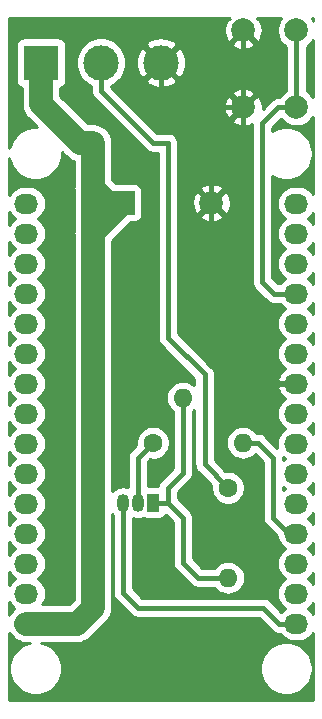
<source format=gbr>
G04 #@! TF.GenerationSoftware,KiCad,Pcbnew,(5.1.4-0-10_14)*
G04 #@! TF.CreationDate,2020-02-21T17:32:28+01:00*
G04 #@! TF.ProjectId,mood_lamp,6d6f6f64-5f6c-4616-9d70-2e6b69636164,rev?*
G04 #@! TF.SameCoordinates,PX2436c08PY18772f0*
G04 #@! TF.FileFunction,Copper,L2,Bot*
G04 #@! TF.FilePolarity,Positive*
%FSLAX46Y46*%
G04 Gerber Fmt 4.6, Leading zero omitted, Abs format (unit mm)*
G04 Created by KiCad (PCBNEW (5.1.4-0-10_14)) date 2020-02-21 17:32:28*
%MOMM*%
%LPD*%
G04 APERTURE LIST*
%ADD10O,2.032000X1.727200*%
%ADD11R,2.000000X2.000000*%
%ADD12C,2.000000*%
%ADD13R,3.000000X3.000000*%
%ADD14C,3.000000*%
%ADD15C,1.600000*%
%ADD16O,1.600000X1.600000*%
%ADD17O,1.050000X1.500000*%
%ADD18R,1.050000X1.500000*%
%ADD19C,2.000000*%
%ADD20C,0.450000*%
%ADD21C,0.254000*%
G04 APERTURE END LIST*
D10*
X2107001Y-16331001D03*
X2107001Y-18871001D03*
X2107001Y-21411001D03*
X2107001Y-23951001D03*
X2107001Y-26491001D03*
X2107001Y-29031001D03*
X2107001Y-31571001D03*
X2107001Y-34111001D03*
X2107001Y-36651001D03*
X2107001Y-39191001D03*
X2107001Y-41731001D03*
X2107001Y-44271001D03*
X2107001Y-46811001D03*
X2107001Y-49351001D03*
X2107001Y-51891001D03*
X24967001Y-16331001D03*
X24967001Y-46811001D03*
X24967001Y-49351001D03*
X24967001Y-44271001D03*
X24967001Y-29031001D03*
X24967001Y-26491001D03*
X24967001Y-31571001D03*
X24967001Y-51891001D03*
X24967001Y-36651001D03*
X24967001Y-34111001D03*
X24967001Y-39191001D03*
X24967001Y-41731001D03*
X24967001Y-21411001D03*
X24967001Y-23951001D03*
X24967001Y-18871001D03*
D11*
X10287000Y-16256000D03*
D12*
X17787000Y-16256000D03*
D13*
X3355922Y-4400701D03*
D14*
X8435922Y-4400701D03*
X13515922Y-4400701D03*
D15*
X12827000Y-36576000D03*
D16*
X20447000Y-36576000D03*
X15367000Y-32766000D03*
D15*
X7747000Y-32766000D03*
X19177000Y-40386000D03*
D16*
X19177000Y-48006000D03*
D12*
X20477876Y-1668685D03*
X24977876Y-1668685D03*
X20477876Y-8168685D03*
X24977876Y-8168685D03*
D17*
X11557000Y-41656000D03*
X10287000Y-41656000D03*
D18*
X12827000Y-41656000D03*
D19*
X2107001Y-51891001D02*
X6401999Y-51891001D01*
X7747000Y-50546000D02*
X7747000Y-32766000D01*
X6401999Y-51891001D02*
X7747000Y-50546000D01*
X7747000Y-18796000D02*
X10287000Y-16256000D01*
X7747000Y-32766000D02*
X7747000Y-18796000D01*
X3355922Y-7900701D02*
X3355922Y-4400701D01*
X6631221Y-11176000D02*
X3355922Y-7900701D01*
X7747000Y-11176000D02*
X6631221Y-11176000D01*
X9017000Y-16256000D02*
X7747000Y-14986000D01*
X10287000Y-16256000D02*
X9017000Y-16256000D01*
X7747000Y-14986000D02*
X7747000Y-11176000D01*
X7747000Y-18796000D02*
X7747000Y-14986000D01*
D20*
X20477876Y-1668685D02*
X20477876Y-8168685D01*
X17787000Y-16256000D02*
X17787000Y-13836000D01*
X20477876Y-11145124D02*
X20477876Y-8168685D01*
X17787000Y-13836000D02*
X20477876Y-11145124D01*
X13515922Y-4400701D02*
X13515922Y-6784922D01*
X14899685Y-8168685D02*
X20477876Y-8168685D01*
X13515922Y-6784922D02*
X14899685Y-8168685D01*
X24967001Y-31571001D02*
X21792001Y-31571001D01*
X17787000Y-27566000D02*
X17787000Y-16256000D01*
X21792001Y-31571001D02*
X17787000Y-27566000D01*
X8435922Y-4400701D02*
X8435922Y-6784922D01*
X8435922Y-6784922D02*
X12827000Y-11176000D01*
X12827000Y-11176000D02*
X14097000Y-11176000D01*
X14097000Y-11176000D02*
X14097000Y-27686000D01*
X14097000Y-27686000D02*
X17207747Y-30796747D01*
X17207747Y-38416747D02*
X19177000Y-40386000D01*
X17207747Y-30796747D02*
X17207747Y-38416747D01*
X12827000Y-36576000D02*
X11557000Y-37846000D01*
X11557000Y-37846000D02*
X11557000Y-41656000D01*
X24814601Y-44271001D02*
X24739600Y-44196000D01*
X24967001Y-44271001D02*
X24814601Y-44271001D01*
X24739600Y-44196000D02*
X24257000Y-44196000D01*
X24257000Y-44196000D02*
X22987000Y-42926000D01*
X22987000Y-42926000D02*
X22987000Y-37846000D01*
X22987000Y-37846000D02*
X21717000Y-36576000D01*
X21717000Y-36576000D02*
X20447000Y-36576000D01*
X12827000Y-41656000D02*
X14097000Y-41656000D01*
X14097000Y-41656000D02*
X15367000Y-42926000D01*
X15367000Y-42926000D02*
X15367000Y-46736000D01*
X15367000Y-46736000D02*
X16637000Y-48006000D01*
X16637000Y-48006000D02*
X19177000Y-48006000D01*
X14097000Y-41656000D02*
X14097000Y-40386000D01*
X14097000Y-40386000D02*
X15367000Y-39116000D01*
X15367000Y-39116000D02*
X15367000Y-32766000D01*
X24977876Y-8168685D02*
X23454315Y-8168685D01*
X22082000Y-9541000D02*
X22082000Y-22971000D01*
X23454315Y-8168685D02*
X22082000Y-9541000D01*
X23062001Y-23951001D02*
X24967001Y-23951001D01*
X22082000Y-22971000D02*
X23062001Y-23951001D01*
X24977876Y-3082898D02*
X24977876Y-8168685D01*
X24977876Y-1668685D02*
X24977876Y-3082898D01*
X23501001Y-51891001D02*
X22156000Y-50546000D01*
X24967001Y-51891001D02*
X23501001Y-51891001D01*
X22156000Y-50546000D02*
X11557000Y-50546000D01*
X10287000Y-49276000D02*
X10287000Y-41656000D01*
X11557000Y-50546000D02*
X10287000Y-49276000D01*
D21*
G36*
X19342461Y-712878D02*
G01*
X19078062Y-808641D01*
X18937172Y-1098256D01*
X18855492Y-1409793D01*
X18836158Y-1731280D01*
X18879915Y-2050360D01*
X18985081Y-2354773D01*
X19078062Y-2528729D01*
X19342463Y-2624493D01*
X20298271Y-1668685D01*
X20284129Y-1654543D01*
X20463734Y-1474938D01*
X20477876Y-1489080D01*
X20492019Y-1474938D01*
X20671624Y-1654543D01*
X20657481Y-1668685D01*
X21613289Y-2624493D01*
X21877690Y-2528729D01*
X22018580Y-2239114D01*
X22100260Y-1927577D01*
X22119594Y-1606090D01*
X22075837Y-1287010D01*
X21970671Y-982597D01*
X21877690Y-808641D01*
X21613291Y-712878D01*
X21666169Y-660000D01*
X23685460Y-660000D01*
X23528958Y-894222D01*
X23405708Y-1191773D01*
X23342876Y-1507652D01*
X23342876Y-1829718D01*
X23405708Y-2145597D01*
X23528958Y-2443148D01*
X23707889Y-2710937D01*
X23935624Y-2938672D01*
X24117876Y-3060449D01*
X24117877Y-6776921D01*
X23935624Y-6898698D01*
X23707889Y-7126433D01*
X23586112Y-7308685D01*
X23496553Y-7308685D01*
X23454314Y-7304525D01*
X23412075Y-7308685D01*
X23412069Y-7308685D01*
X23316853Y-7318063D01*
X23285724Y-7321129D01*
X23210265Y-7344020D01*
X23123615Y-7370304D01*
X22974213Y-7450161D01*
X22843261Y-7557631D01*
X22816327Y-7590450D01*
X22108006Y-8298771D01*
X22119594Y-8106090D01*
X22075837Y-7787010D01*
X21970671Y-7482597D01*
X21877690Y-7308641D01*
X21613289Y-7212877D01*
X20657481Y-8168685D01*
X20671624Y-8182828D01*
X20492019Y-8362433D01*
X20477876Y-8348290D01*
X19522068Y-9304098D01*
X19617832Y-9568499D01*
X19907447Y-9709389D01*
X20218984Y-9791069D01*
X20540471Y-9810403D01*
X20859551Y-9766646D01*
X21163964Y-9661480D01*
X21222000Y-9630459D01*
X21222001Y-22928751D01*
X21217840Y-22971000D01*
X21234444Y-23139589D01*
X21283620Y-23301700D01*
X21363477Y-23451102D01*
X21470947Y-23582054D01*
X21503760Y-23608983D01*
X22424017Y-24529241D01*
X22450947Y-24562055D01*
X22581899Y-24669525D01*
X22679260Y-24721565D01*
X22731300Y-24749382D01*
X22893411Y-24798557D01*
X23062001Y-24815162D01*
X23104247Y-24811001D01*
X23581731Y-24811001D01*
X23749804Y-25015798D01*
X23977995Y-25203070D01*
X24011541Y-25221001D01*
X23977995Y-25238932D01*
X23749804Y-25426204D01*
X23562532Y-25654395D01*
X23423376Y-25914737D01*
X23337685Y-26197224D01*
X23308750Y-26491001D01*
X23337685Y-26784778D01*
X23423376Y-27067265D01*
X23562532Y-27327607D01*
X23749804Y-27555798D01*
X23977995Y-27743070D01*
X24011541Y-27761001D01*
X23977995Y-27778932D01*
X23749804Y-27966204D01*
X23562532Y-28194395D01*
X23423376Y-28454737D01*
X23337685Y-28737224D01*
X23308750Y-29031001D01*
X23337685Y-29324778D01*
X23423376Y-29607265D01*
X23562532Y-29867607D01*
X23749804Y-30095798D01*
X23977995Y-30283070D01*
X24017948Y-30304425D01*
X23815272Y-30452515D01*
X23616268Y-30668966D01*
X23463315Y-30920082D01*
X23362292Y-31196212D01*
X23359643Y-31211975D01*
X23480784Y-31444001D01*
X24840001Y-31444001D01*
X24840001Y-31424001D01*
X25094001Y-31424001D01*
X25094001Y-31444001D01*
X25114001Y-31444001D01*
X25114001Y-31698001D01*
X25094001Y-31698001D01*
X25094001Y-31718001D01*
X24840001Y-31718001D01*
X24840001Y-31698001D01*
X23480784Y-31698001D01*
X23359643Y-31930027D01*
X23362292Y-31945790D01*
X23463315Y-32221920D01*
X23616268Y-32473036D01*
X23815272Y-32689487D01*
X24017948Y-32837577D01*
X23977995Y-32858932D01*
X23749804Y-33046204D01*
X23562532Y-33274395D01*
X23423376Y-33534737D01*
X23337685Y-33817224D01*
X23308750Y-34111001D01*
X23337685Y-34404778D01*
X23423376Y-34687265D01*
X23562532Y-34947607D01*
X23749804Y-35175798D01*
X23977995Y-35363070D01*
X24011541Y-35381001D01*
X23977995Y-35398932D01*
X23749804Y-35586204D01*
X23562532Y-35814395D01*
X23423376Y-36074737D01*
X23337685Y-36357224D01*
X23308750Y-36651001D01*
X23337685Y-36944778D01*
X23353223Y-36995999D01*
X22354988Y-35997765D01*
X22328054Y-35964946D01*
X22197102Y-35857476D01*
X22047700Y-35777619D01*
X21885589Y-35728444D01*
X21759246Y-35716000D01*
X21759239Y-35716000D01*
X21717000Y-35711840D01*
X21674761Y-35716000D01*
X21597595Y-35716000D01*
X21466608Y-35556392D01*
X21248101Y-35377068D01*
X20998808Y-35243818D01*
X20728309Y-35161764D01*
X20517492Y-35141000D01*
X20376508Y-35141000D01*
X20165691Y-35161764D01*
X19895192Y-35243818D01*
X19645899Y-35377068D01*
X19427392Y-35556392D01*
X19248068Y-35774899D01*
X19114818Y-36024192D01*
X19032764Y-36294691D01*
X19005057Y-36576000D01*
X19032764Y-36857309D01*
X19114818Y-37127808D01*
X19248068Y-37377101D01*
X19427392Y-37595608D01*
X19645899Y-37774932D01*
X19895192Y-37908182D01*
X20165691Y-37990236D01*
X20376508Y-38011000D01*
X20517492Y-38011000D01*
X20728309Y-37990236D01*
X20998808Y-37908182D01*
X21248101Y-37774932D01*
X21466608Y-37595608D01*
X21490848Y-37566071D01*
X22127001Y-38202225D01*
X22127000Y-42883761D01*
X22122840Y-42926000D01*
X22127000Y-42968239D01*
X22127000Y-42968245D01*
X22139444Y-43094588D01*
X22188619Y-43256699D01*
X22268476Y-43406101D01*
X22375946Y-43537054D01*
X22408765Y-43563988D01*
X23329833Y-44485057D01*
X23337685Y-44564778D01*
X23423376Y-44847265D01*
X23562532Y-45107607D01*
X23749804Y-45335798D01*
X23977995Y-45523070D01*
X24011541Y-45541001D01*
X23977995Y-45558932D01*
X23749804Y-45746204D01*
X23562532Y-45974395D01*
X23423376Y-46234737D01*
X23337685Y-46517224D01*
X23308750Y-46811001D01*
X23337685Y-47104778D01*
X23423376Y-47387265D01*
X23562532Y-47647607D01*
X23749804Y-47875798D01*
X23977995Y-48063070D01*
X24011541Y-48081001D01*
X23977995Y-48098932D01*
X23749804Y-48286204D01*
X23562532Y-48514395D01*
X23423376Y-48774737D01*
X23337685Y-49057224D01*
X23308750Y-49351001D01*
X23337685Y-49644778D01*
X23423376Y-49927265D01*
X23562532Y-50187607D01*
X23749804Y-50415798D01*
X23977995Y-50603070D01*
X24011541Y-50621001D01*
X23977995Y-50638932D01*
X23749804Y-50826204D01*
X23705911Y-50879687D01*
X22793988Y-49967765D01*
X22767054Y-49934946D01*
X22636102Y-49827476D01*
X22486700Y-49747619D01*
X22324589Y-49698444D01*
X22198246Y-49686000D01*
X22198239Y-49686000D01*
X22156000Y-49681840D01*
X22113761Y-49686000D01*
X11913224Y-49686000D01*
X11147000Y-48919777D01*
X11147000Y-42968824D01*
X11329600Y-43024215D01*
X11557000Y-43046612D01*
X11784399Y-43024215D01*
X11993098Y-42960907D01*
X12057820Y-42995502D01*
X12177518Y-43031812D01*
X12302000Y-43044072D01*
X13352000Y-43044072D01*
X13476482Y-43031812D01*
X13596180Y-42995502D01*
X13706494Y-42936537D01*
X13803185Y-42857185D01*
X13882537Y-42760494D01*
X13918322Y-42693546D01*
X14507000Y-43282224D01*
X14507001Y-46693751D01*
X14502840Y-46736000D01*
X14519444Y-46904589D01*
X14544259Y-46986392D01*
X14568620Y-47066700D01*
X14648477Y-47216102D01*
X14755947Y-47347054D01*
X14788760Y-47373983D01*
X15999017Y-48584240D01*
X16025946Y-48617054D01*
X16156898Y-48724524D01*
X16306300Y-48804381D01*
X16419235Y-48838639D01*
X16468410Y-48853556D01*
X16485558Y-48855245D01*
X16594754Y-48866000D01*
X16594760Y-48866000D01*
X16636999Y-48870160D01*
X16679238Y-48866000D01*
X18026405Y-48866000D01*
X18157392Y-49025608D01*
X18375899Y-49204932D01*
X18625192Y-49338182D01*
X18895691Y-49420236D01*
X19106508Y-49441000D01*
X19247492Y-49441000D01*
X19458309Y-49420236D01*
X19728808Y-49338182D01*
X19978101Y-49204932D01*
X20196608Y-49025608D01*
X20375932Y-48807101D01*
X20509182Y-48557808D01*
X20591236Y-48287309D01*
X20618943Y-48006000D01*
X20591236Y-47724691D01*
X20509182Y-47454192D01*
X20375932Y-47204899D01*
X20196608Y-46986392D01*
X19978101Y-46807068D01*
X19728808Y-46673818D01*
X19458309Y-46591764D01*
X19247492Y-46571000D01*
X19106508Y-46571000D01*
X18895691Y-46591764D01*
X18625192Y-46673818D01*
X18375899Y-46807068D01*
X18157392Y-46986392D01*
X18026405Y-47146000D01*
X16993224Y-47146000D01*
X16227000Y-46379777D01*
X16227000Y-42968238D01*
X16231160Y-42925999D01*
X16227000Y-42883760D01*
X16227000Y-42883754D01*
X16214556Y-42757411D01*
X16165381Y-42595300D01*
X16085524Y-42445898D01*
X15978054Y-42314946D01*
X15945240Y-42288016D01*
X14957000Y-41299777D01*
X14957000Y-40742223D01*
X15945242Y-39753982D01*
X15978054Y-39727054D01*
X16085524Y-39596102D01*
X16165381Y-39446700D01*
X16214556Y-39284589D01*
X16227000Y-39158246D01*
X16227000Y-39158240D01*
X16231160Y-39116001D01*
X16227000Y-39073762D01*
X16227000Y-33916595D01*
X16347747Y-33817500D01*
X16347748Y-38374498D01*
X16343587Y-38416747D01*
X16360191Y-38585336D01*
X16398056Y-38710160D01*
X16409367Y-38747447D01*
X16489224Y-38896849D01*
X16596694Y-39027801D01*
X16629507Y-39054730D01*
X17754849Y-40180072D01*
X17742000Y-40244665D01*
X17742000Y-40527335D01*
X17797147Y-40804574D01*
X17905320Y-41065727D01*
X18062363Y-41300759D01*
X18262241Y-41500637D01*
X18497273Y-41657680D01*
X18758426Y-41765853D01*
X19035665Y-41821000D01*
X19318335Y-41821000D01*
X19595574Y-41765853D01*
X19856727Y-41657680D01*
X20091759Y-41500637D01*
X20291637Y-41300759D01*
X20448680Y-41065727D01*
X20556853Y-40804574D01*
X20612000Y-40527335D01*
X20612000Y-40244665D01*
X20556853Y-39967426D01*
X20448680Y-39706273D01*
X20291637Y-39471241D01*
X20091759Y-39271363D01*
X19856727Y-39114320D01*
X19595574Y-39006147D01*
X19318335Y-38951000D01*
X19035665Y-38951000D01*
X18971072Y-38963849D01*
X18067747Y-38060524D01*
X18067747Y-30838993D01*
X18071908Y-30796747D01*
X18055303Y-30628157D01*
X18006128Y-30466046D01*
X17978311Y-30414006D01*
X17926271Y-30316645D01*
X17818801Y-30185693D01*
X17785989Y-30158765D01*
X14957000Y-27329777D01*
X14957000Y-17391413D01*
X16831192Y-17391413D01*
X16926956Y-17655814D01*
X17216571Y-17796704D01*
X17528108Y-17878384D01*
X17849595Y-17897718D01*
X18168675Y-17853961D01*
X18473088Y-17748795D01*
X18647044Y-17655814D01*
X18742808Y-17391413D01*
X17787000Y-16435605D01*
X16831192Y-17391413D01*
X14957000Y-17391413D01*
X14957000Y-16318595D01*
X16145282Y-16318595D01*
X16189039Y-16637675D01*
X16294205Y-16942088D01*
X16387186Y-17116044D01*
X16651587Y-17211808D01*
X17607395Y-16256000D01*
X17966605Y-16256000D01*
X18922413Y-17211808D01*
X19186814Y-17116044D01*
X19327704Y-16826429D01*
X19409384Y-16514892D01*
X19428718Y-16193405D01*
X19384961Y-15874325D01*
X19279795Y-15569912D01*
X19186814Y-15395956D01*
X18922413Y-15300192D01*
X17966605Y-16256000D01*
X17607395Y-16256000D01*
X16651587Y-15300192D01*
X16387186Y-15395956D01*
X16246296Y-15685571D01*
X16164616Y-15997108D01*
X16145282Y-16318595D01*
X14957000Y-16318595D01*
X14957000Y-15120587D01*
X16831192Y-15120587D01*
X17787000Y-16076395D01*
X18742808Y-15120587D01*
X18647044Y-14856186D01*
X18357429Y-14715296D01*
X18045892Y-14633616D01*
X17724405Y-14614282D01*
X17405325Y-14658039D01*
X17100912Y-14763205D01*
X16926956Y-14856186D01*
X16831192Y-15120587D01*
X14957000Y-15120587D01*
X14957000Y-11218246D01*
X14961161Y-11176000D01*
X14944556Y-11007411D01*
X14895381Y-10845300D01*
X14815524Y-10695898D01*
X14708054Y-10564946D01*
X14577102Y-10457476D01*
X14427700Y-10377619D01*
X14265589Y-10328444D01*
X14139246Y-10316000D01*
X14097000Y-10311839D01*
X14054754Y-10316000D01*
X13183224Y-10316000D01*
X11098504Y-8231280D01*
X18836158Y-8231280D01*
X18879915Y-8550360D01*
X18985081Y-8854773D01*
X19078062Y-9028729D01*
X19342463Y-9124493D01*
X20298271Y-8168685D01*
X19342463Y-7212877D01*
X19078062Y-7308641D01*
X18937172Y-7598256D01*
X18855492Y-7909793D01*
X18836158Y-8231280D01*
X11098504Y-8231280D01*
X9900496Y-7033272D01*
X19522068Y-7033272D01*
X20477876Y-7989080D01*
X21433684Y-7033272D01*
X21337920Y-6768871D01*
X21048305Y-6627981D01*
X20736768Y-6546301D01*
X20415281Y-6526967D01*
X20096201Y-6570724D01*
X19791788Y-6675890D01*
X19617832Y-6768871D01*
X19522068Y-7033272D01*
X9900496Y-7033272D01*
X9295922Y-6428699D01*
X9295922Y-6355384D01*
X9447224Y-6292713D01*
X9796905Y-6059064D01*
X9963615Y-5892354D01*
X12203874Y-5892354D01*
X12359884Y-6207915D01*
X12734667Y-6398721D01*
X13139473Y-6512745D01*
X13558746Y-6545603D01*
X13976373Y-6496035D01*
X14376305Y-6365944D01*
X14671960Y-6207915D01*
X14827970Y-5892354D01*
X13515922Y-4580306D01*
X12203874Y-5892354D01*
X9963615Y-5892354D01*
X10094285Y-5761684D01*
X10327934Y-5412003D01*
X10488875Y-5023457D01*
X10570922Y-4610980D01*
X10570922Y-4443525D01*
X11371020Y-4443525D01*
X11420588Y-4861152D01*
X11550679Y-5261084D01*
X11708708Y-5556739D01*
X12024269Y-5712749D01*
X13336317Y-4400701D01*
X13695527Y-4400701D01*
X15007575Y-5712749D01*
X15323136Y-5556739D01*
X15513942Y-5181956D01*
X15627966Y-4777150D01*
X15660824Y-4357877D01*
X15611256Y-3940250D01*
X15481165Y-3540318D01*
X15323136Y-3244663D01*
X15007575Y-3088653D01*
X13695527Y-4400701D01*
X13336317Y-4400701D01*
X12024269Y-3088653D01*
X11708708Y-3244663D01*
X11517902Y-3619446D01*
X11403878Y-4024252D01*
X11371020Y-4443525D01*
X10570922Y-4443525D01*
X10570922Y-4190422D01*
X10488875Y-3777945D01*
X10327934Y-3389399D01*
X10094285Y-3039718D01*
X9963615Y-2909048D01*
X12203874Y-2909048D01*
X13515922Y-4221096D01*
X14827970Y-2909048D01*
X14776084Y-2804098D01*
X19522068Y-2804098D01*
X19617832Y-3068499D01*
X19907447Y-3209389D01*
X20218984Y-3291069D01*
X20540471Y-3310403D01*
X20859551Y-3266646D01*
X21163964Y-3161480D01*
X21337920Y-3068499D01*
X21433684Y-2804098D01*
X20477876Y-1848290D01*
X19522068Y-2804098D01*
X14776084Y-2804098D01*
X14671960Y-2593487D01*
X14297177Y-2402681D01*
X13892371Y-2288657D01*
X13473098Y-2255799D01*
X13055471Y-2305367D01*
X12655539Y-2435458D01*
X12359884Y-2593487D01*
X12203874Y-2909048D01*
X9963615Y-2909048D01*
X9796905Y-2742338D01*
X9447224Y-2508689D01*
X9058678Y-2347748D01*
X8646201Y-2265701D01*
X8225643Y-2265701D01*
X7813166Y-2347748D01*
X7424620Y-2508689D01*
X7074939Y-2742338D01*
X6777559Y-3039718D01*
X6543910Y-3389399D01*
X6382969Y-3777945D01*
X6300922Y-4190422D01*
X6300922Y-4610980D01*
X6382969Y-5023457D01*
X6543910Y-5412003D01*
X6777559Y-5761684D01*
X7074939Y-6059064D01*
X7424620Y-6292713D01*
X7575923Y-6355385D01*
X7575923Y-6742674D01*
X7571762Y-6784922D01*
X7588366Y-6953511D01*
X7637542Y-7115622D01*
X7717399Y-7265024D01*
X7824869Y-7395976D01*
X7857682Y-7422905D01*
X12189017Y-11754241D01*
X12215946Y-11787054D01*
X12346898Y-11894524D01*
X12496300Y-11974381D01*
X12609235Y-12008639D01*
X12658410Y-12023556D01*
X12675558Y-12025245D01*
X12784754Y-12036000D01*
X12784760Y-12036000D01*
X12826999Y-12040160D01*
X12869238Y-12036000D01*
X13237000Y-12036000D01*
X13237001Y-27643751D01*
X13232840Y-27686000D01*
X13249444Y-27854589D01*
X13298620Y-28016700D01*
X13378477Y-28166102D01*
X13401697Y-28194395D01*
X13485947Y-28297054D01*
X13518760Y-28323983D01*
X16347747Y-31152971D01*
X16347747Y-31714500D01*
X16168101Y-31567068D01*
X15918808Y-31433818D01*
X15648309Y-31351764D01*
X15437492Y-31331000D01*
X15296508Y-31331000D01*
X15085691Y-31351764D01*
X14815192Y-31433818D01*
X14565899Y-31567068D01*
X14347392Y-31746392D01*
X14168068Y-31964899D01*
X14034818Y-32214192D01*
X13952764Y-32484691D01*
X13925057Y-32766000D01*
X13952764Y-33047309D01*
X14034818Y-33317808D01*
X14168068Y-33567101D01*
X14347392Y-33785608D01*
X14507001Y-33916596D01*
X14507000Y-38759776D01*
X13518760Y-39748017D01*
X13485947Y-39774946D01*
X13459018Y-39807759D01*
X13459016Y-39807761D01*
X13378477Y-39905898D01*
X13298620Y-40055300D01*
X13249444Y-40217411D01*
X13244469Y-40267928D01*
X12417000Y-40267928D01*
X12417000Y-38202223D01*
X12621072Y-37998151D01*
X12685665Y-38011000D01*
X12968335Y-38011000D01*
X13245574Y-37955853D01*
X13506727Y-37847680D01*
X13741759Y-37690637D01*
X13941637Y-37490759D01*
X14098680Y-37255727D01*
X14206853Y-36994574D01*
X14262000Y-36717335D01*
X14262000Y-36434665D01*
X14206853Y-36157426D01*
X14098680Y-35896273D01*
X13941637Y-35661241D01*
X13741759Y-35461363D01*
X13506727Y-35304320D01*
X13245574Y-35196147D01*
X12968335Y-35141000D01*
X12685665Y-35141000D01*
X12408426Y-35196147D01*
X12147273Y-35304320D01*
X11912241Y-35461363D01*
X11712363Y-35661241D01*
X11555320Y-35896273D01*
X11447147Y-36157426D01*
X11392000Y-36434665D01*
X11392000Y-36717335D01*
X11404849Y-36781928D01*
X10978765Y-37208012D01*
X10945946Y-37234946D01*
X10838476Y-37365899D01*
X10758619Y-37515301D01*
X10747309Y-37552587D01*
X10709445Y-37677410D01*
X10709444Y-37677412D01*
X10697000Y-37803755D01*
X10697000Y-37803761D01*
X10692840Y-37846000D01*
X10697000Y-37888239D01*
X10697001Y-40343176D01*
X10514400Y-40287785D01*
X10287000Y-40265388D01*
X10059601Y-40287785D01*
X9840941Y-40354115D01*
X9639422Y-40461829D01*
X9462789Y-40606788D01*
X9382000Y-40705230D01*
X9382000Y-19473238D01*
X10961167Y-17894072D01*
X11287000Y-17894072D01*
X11411482Y-17881812D01*
X11531180Y-17845502D01*
X11641494Y-17786537D01*
X11738185Y-17707185D01*
X11817537Y-17610494D01*
X11876502Y-17500180D01*
X11912812Y-17380482D01*
X11925072Y-17256000D01*
X11925072Y-16305131D01*
X11929911Y-16256000D01*
X11925072Y-16206869D01*
X11925072Y-15256000D01*
X11912812Y-15131518D01*
X11876502Y-15011820D01*
X11817537Y-14901506D01*
X11738185Y-14804815D01*
X11641494Y-14725463D01*
X11531180Y-14666498D01*
X11411482Y-14630188D01*
X11287000Y-14617928D01*
X10336129Y-14617928D01*
X10286999Y-14613089D01*
X10237869Y-14617928D01*
X9691167Y-14617928D01*
X9382000Y-14308762D01*
X9382000Y-11256322D01*
X9389911Y-11176000D01*
X9358343Y-10855484D01*
X9264852Y-10547285D01*
X9113031Y-10263248D01*
X8908714Y-10014286D01*
X8659752Y-9809969D01*
X8375715Y-9658148D01*
X8067516Y-9564657D01*
X7827322Y-9541000D01*
X7747000Y-9533089D01*
X7666678Y-9541000D01*
X7308460Y-9541000D01*
X4990922Y-7223463D01*
X4990922Y-6523322D01*
X5100102Y-6490203D01*
X5210416Y-6431238D01*
X5307107Y-6351886D01*
X5386459Y-6255195D01*
X5445424Y-6144881D01*
X5481734Y-6025183D01*
X5493994Y-5900701D01*
X5493994Y-2900701D01*
X5481734Y-2776219D01*
X5445424Y-2656521D01*
X5386459Y-2546207D01*
X5307107Y-2449516D01*
X5210416Y-2370164D01*
X5100102Y-2311199D01*
X4980404Y-2274889D01*
X4855922Y-2262629D01*
X1855922Y-2262629D01*
X1731440Y-2274889D01*
X1611742Y-2311199D01*
X1501428Y-2370164D01*
X1404737Y-2449516D01*
X1325385Y-2546207D01*
X1266420Y-2656521D01*
X1230110Y-2776219D01*
X1217850Y-2900701D01*
X1217850Y-5900701D01*
X1230110Y-6025183D01*
X1266420Y-6144881D01*
X1325385Y-6255195D01*
X1404737Y-6351886D01*
X1501428Y-6431238D01*
X1611742Y-6490203D01*
X1720922Y-6523323D01*
X1720922Y-7820381D01*
X1713011Y-7900701D01*
X1720922Y-7981020D01*
X1720922Y-7981022D01*
X1744579Y-8221216D01*
X1838070Y-8529415D01*
X1989891Y-8813452D01*
X2194208Y-9062415D01*
X2256609Y-9113626D01*
X2988984Y-9846001D01*
X2636873Y-9846001D01*
X2205076Y-9931891D01*
X1798332Y-10100370D01*
X1432272Y-10344963D01*
X1120963Y-10656272D01*
X876370Y-11022332D01*
X707891Y-11429076D01*
X660000Y-11669840D01*
X660000Y-660000D01*
X19289583Y-660000D01*
X19342461Y-712878D01*
X19342461Y-712878D01*
G37*
X19342461Y-712878D02*
X19078062Y-808641D01*
X18937172Y-1098256D01*
X18855492Y-1409793D01*
X18836158Y-1731280D01*
X18879915Y-2050360D01*
X18985081Y-2354773D01*
X19078062Y-2528729D01*
X19342463Y-2624493D01*
X20298271Y-1668685D01*
X20284129Y-1654543D01*
X20463734Y-1474938D01*
X20477876Y-1489080D01*
X20492019Y-1474938D01*
X20671624Y-1654543D01*
X20657481Y-1668685D01*
X21613289Y-2624493D01*
X21877690Y-2528729D01*
X22018580Y-2239114D01*
X22100260Y-1927577D01*
X22119594Y-1606090D01*
X22075837Y-1287010D01*
X21970671Y-982597D01*
X21877690Y-808641D01*
X21613291Y-712878D01*
X21666169Y-660000D01*
X23685460Y-660000D01*
X23528958Y-894222D01*
X23405708Y-1191773D01*
X23342876Y-1507652D01*
X23342876Y-1829718D01*
X23405708Y-2145597D01*
X23528958Y-2443148D01*
X23707889Y-2710937D01*
X23935624Y-2938672D01*
X24117876Y-3060449D01*
X24117877Y-6776921D01*
X23935624Y-6898698D01*
X23707889Y-7126433D01*
X23586112Y-7308685D01*
X23496553Y-7308685D01*
X23454314Y-7304525D01*
X23412075Y-7308685D01*
X23412069Y-7308685D01*
X23316853Y-7318063D01*
X23285724Y-7321129D01*
X23210265Y-7344020D01*
X23123615Y-7370304D01*
X22974213Y-7450161D01*
X22843261Y-7557631D01*
X22816327Y-7590450D01*
X22108006Y-8298771D01*
X22119594Y-8106090D01*
X22075837Y-7787010D01*
X21970671Y-7482597D01*
X21877690Y-7308641D01*
X21613289Y-7212877D01*
X20657481Y-8168685D01*
X20671624Y-8182828D01*
X20492019Y-8362433D01*
X20477876Y-8348290D01*
X19522068Y-9304098D01*
X19617832Y-9568499D01*
X19907447Y-9709389D01*
X20218984Y-9791069D01*
X20540471Y-9810403D01*
X20859551Y-9766646D01*
X21163964Y-9661480D01*
X21222000Y-9630459D01*
X21222001Y-22928751D01*
X21217840Y-22971000D01*
X21234444Y-23139589D01*
X21283620Y-23301700D01*
X21363477Y-23451102D01*
X21470947Y-23582054D01*
X21503760Y-23608983D01*
X22424017Y-24529241D01*
X22450947Y-24562055D01*
X22581899Y-24669525D01*
X22679260Y-24721565D01*
X22731300Y-24749382D01*
X22893411Y-24798557D01*
X23062001Y-24815162D01*
X23104247Y-24811001D01*
X23581731Y-24811001D01*
X23749804Y-25015798D01*
X23977995Y-25203070D01*
X24011541Y-25221001D01*
X23977995Y-25238932D01*
X23749804Y-25426204D01*
X23562532Y-25654395D01*
X23423376Y-25914737D01*
X23337685Y-26197224D01*
X23308750Y-26491001D01*
X23337685Y-26784778D01*
X23423376Y-27067265D01*
X23562532Y-27327607D01*
X23749804Y-27555798D01*
X23977995Y-27743070D01*
X24011541Y-27761001D01*
X23977995Y-27778932D01*
X23749804Y-27966204D01*
X23562532Y-28194395D01*
X23423376Y-28454737D01*
X23337685Y-28737224D01*
X23308750Y-29031001D01*
X23337685Y-29324778D01*
X23423376Y-29607265D01*
X23562532Y-29867607D01*
X23749804Y-30095798D01*
X23977995Y-30283070D01*
X24017948Y-30304425D01*
X23815272Y-30452515D01*
X23616268Y-30668966D01*
X23463315Y-30920082D01*
X23362292Y-31196212D01*
X23359643Y-31211975D01*
X23480784Y-31444001D01*
X24840001Y-31444001D01*
X24840001Y-31424001D01*
X25094001Y-31424001D01*
X25094001Y-31444001D01*
X25114001Y-31444001D01*
X25114001Y-31698001D01*
X25094001Y-31698001D01*
X25094001Y-31718001D01*
X24840001Y-31718001D01*
X24840001Y-31698001D01*
X23480784Y-31698001D01*
X23359643Y-31930027D01*
X23362292Y-31945790D01*
X23463315Y-32221920D01*
X23616268Y-32473036D01*
X23815272Y-32689487D01*
X24017948Y-32837577D01*
X23977995Y-32858932D01*
X23749804Y-33046204D01*
X23562532Y-33274395D01*
X23423376Y-33534737D01*
X23337685Y-33817224D01*
X23308750Y-34111001D01*
X23337685Y-34404778D01*
X23423376Y-34687265D01*
X23562532Y-34947607D01*
X23749804Y-35175798D01*
X23977995Y-35363070D01*
X24011541Y-35381001D01*
X23977995Y-35398932D01*
X23749804Y-35586204D01*
X23562532Y-35814395D01*
X23423376Y-36074737D01*
X23337685Y-36357224D01*
X23308750Y-36651001D01*
X23337685Y-36944778D01*
X23353223Y-36995999D01*
X22354988Y-35997765D01*
X22328054Y-35964946D01*
X22197102Y-35857476D01*
X22047700Y-35777619D01*
X21885589Y-35728444D01*
X21759246Y-35716000D01*
X21759239Y-35716000D01*
X21717000Y-35711840D01*
X21674761Y-35716000D01*
X21597595Y-35716000D01*
X21466608Y-35556392D01*
X21248101Y-35377068D01*
X20998808Y-35243818D01*
X20728309Y-35161764D01*
X20517492Y-35141000D01*
X20376508Y-35141000D01*
X20165691Y-35161764D01*
X19895192Y-35243818D01*
X19645899Y-35377068D01*
X19427392Y-35556392D01*
X19248068Y-35774899D01*
X19114818Y-36024192D01*
X19032764Y-36294691D01*
X19005057Y-36576000D01*
X19032764Y-36857309D01*
X19114818Y-37127808D01*
X19248068Y-37377101D01*
X19427392Y-37595608D01*
X19645899Y-37774932D01*
X19895192Y-37908182D01*
X20165691Y-37990236D01*
X20376508Y-38011000D01*
X20517492Y-38011000D01*
X20728309Y-37990236D01*
X20998808Y-37908182D01*
X21248101Y-37774932D01*
X21466608Y-37595608D01*
X21490848Y-37566071D01*
X22127001Y-38202225D01*
X22127000Y-42883761D01*
X22122840Y-42926000D01*
X22127000Y-42968239D01*
X22127000Y-42968245D01*
X22139444Y-43094588D01*
X22188619Y-43256699D01*
X22268476Y-43406101D01*
X22375946Y-43537054D01*
X22408765Y-43563988D01*
X23329833Y-44485057D01*
X23337685Y-44564778D01*
X23423376Y-44847265D01*
X23562532Y-45107607D01*
X23749804Y-45335798D01*
X23977995Y-45523070D01*
X24011541Y-45541001D01*
X23977995Y-45558932D01*
X23749804Y-45746204D01*
X23562532Y-45974395D01*
X23423376Y-46234737D01*
X23337685Y-46517224D01*
X23308750Y-46811001D01*
X23337685Y-47104778D01*
X23423376Y-47387265D01*
X23562532Y-47647607D01*
X23749804Y-47875798D01*
X23977995Y-48063070D01*
X24011541Y-48081001D01*
X23977995Y-48098932D01*
X23749804Y-48286204D01*
X23562532Y-48514395D01*
X23423376Y-48774737D01*
X23337685Y-49057224D01*
X23308750Y-49351001D01*
X23337685Y-49644778D01*
X23423376Y-49927265D01*
X23562532Y-50187607D01*
X23749804Y-50415798D01*
X23977995Y-50603070D01*
X24011541Y-50621001D01*
X23977995Y-50638932D01*
X23749804Y-50826204D01*
X23705911Y-50879687D01*
X22793988Y-49967765D01*
X22767054Y-49934946D01*
X22636102Y-49827476D01*
X22486700Y-49747619D01*
X22324589Y-49698444D01*
X22198246Y-49686000D01*
X22198239Y-49686000D01*
X22156000Y-49681840D01*
X22113761Y-49686000D01*
X11913224Y-49686000D01*
X11147000Y-48919777D01*
X11147000Y-42968824D01*
X11329600Y-43024215D01*
X11557000Y-43046612D01*
X11784399Y-43024215D01*
X11993098Y-42960907D01*
X12057820Y-42995502D01*
X12177518Y-43031812D01*
X12302000Y-43044072D01*
X13352000Y-43044072D01*
X13476482Y-43031812D01*
X13596180Y-42995502D01*
X13706494Y-42936537D01*
X13803185Y-42857185D01*
X13882537Y-42760494D01*
X13918322Y-42693546D01*
X14507000Y-43282224D01*
X14507001Y-46693751D01*
X14502840Y-46736000D01*
X14519444Y-46904589D01*
X14544259Y-46986392D01*
X14568620Y-47066700D01*
X14648477Y-47216102D01*
X14755947Y-47347054D01*
X14788760Y-47373983D01*
X15999017Y-48584240D01*
X16025946Y-48617054D01*
X16156898Y-48724524D01*
X16306300Y-48804381D01*
X16419235Y-48838639D01*
X16468410Y-48853556D01*
X16485558Y-48855245D01*
X16594754Y-48866000D01*
X16594760Y-48866000D01*
X16636999Y-48870160D01*
X16679238Y-48866000D01*
X18026405Y-48866000D01*
X18157392Y-49025608D01*
X18375899Y-49204932D01*
X18625192Y-49338182D01*
X18895691Y-49420236D01*
X19106508Y-49441000D01*
X19247492Y-49441000D01*
X19458309Y-49420236D01*
X19728808Y-49338182D01*
X19978101Y-49204932D01*
X20196608Y-49025608D01*
X20375932Y-48807101D01*
X20509182Y-48557808D01*
X20591236Y-48287309D01*
X20618943Y-48006000D01*
X20591236Y-47724691D01*
X20509182Y-47454192D01*
X20375932Y-47204899D01*
X20196608Y-46986392D01*
X19978101Y-46807068D01*
X19728808Y-46673818D01*
X19458309Y-46591764D01*
X19247492Y-46571000D01*
X19106508Y-46571000D01*
X18895691Y-46591764D01*
X18625192Y-46673818D01*
X18375899Y-46807068D01*
X18157392Y-46986392D01*
X18026405Y-47146000D01*
X16993224Y-47146000D01*
X16227000Y-46379777D01*
X16227000Y-42968238D01*
X16231160Y-42925999D01*
X16227000Y-42883760D01*
X16227000Y-42883754D01*
X16214556Y-42757411D01*
X16165381Y-42595300D01*
X16085524Y-42445898D01*
X15978054Y-42314946D01*
X15945240Y-42288016D01*
X14957000Y-41299777D01*
X14957000Y-40742223D01*
X15945242Y-39753982D01*
X15978054Y-39727054D01*
X16085524Y-39596102D01*
X16165381Y-39446700D01*
X16214556Y-39284589D01*
X16227000Y-39158246D01*
X16227000Y-39158240D01*
X16231160Y-39116001D01*
X16227000Y-39073762D01*
X16227000Y-33916595D01*
X16347747Y-33817500D01*
X16347748Y-38374498D01*
X16343587Y-38416747D01*
X16360191Y-38585336D01*
X16398056Y-38710160D01*
X16409367Y-38747447D01*
X16489224Y-38896849D01*
X16596694Y-39027801D01*
X16629507Y-39054730D01*
X17754849Y-40180072D01*
X17742000Y-40244665D01*
X17742000Y-40527335D01*
X17797147Y-40804574D01*
X17905320Y-41065727D01*
X18062363Y-41300759D01*
X18262241Y-41500637D01*
X18497273Y-41657680D01*
X18758426Y-41765853D01*
X19035665Y-41821000D01*
X19318335Y-41821000D01*
X19595574Y-41765853D01*
X19856727Y-41657680D01*
X20091759Y-41500637D01*
X20291637Y-41300759D01*
X20448680Y-41065727D01*
X20556853Y-40804574D01*
X20612000Y-40527335D01*
X20612000Y-40244665D01*
X20556853Y-39967426D01*
X20448680Y-39706273D01*
X20291637Y-39471241D01*
X20091759Y-39271363D01*
X19856727Y-39114320D01*
X19595574Y-39006147D01*
X19318335Y-38951000D01*
X19035665Y-38951000D01*
X18971072Y-38963849D01*
X18067747Y-38060524D01*
X18067747Y-30838993D01*
X18071908Y-30796747D01*
X18055303Y-30628157D01*
X18006128Y-30466046D01*
X17978311Y-30414006D01*
X17926271Y-30316645D01*
X17818801Y-30185693D01*
X17785989Y-30158765D01*
X14957000Y-27329777D01*
X14957000Y-17391413D01*
X16831192Y-17391413D01*
X16926956Y-17655814D01*
X17216571Y-17796704D01*
X17528108Y-17878384D01*
X17849595Y-17897718D01*
X18168675Y-17853961D01*
X18473088Y-17748795D01*
X18647044Y-17655814D01*
X18742808Y-17391413D01*
X17787000Y-16435605D01*
X16831192Y-17391413D01*
X14957000Y-17391413D01*
X14957000Y-16318595D01*
X16145282Y-16318595D01*
X16189039Y-16637675D01*
X16294205Y-16942088D01*
X16387186Y-17116044D01*
X16651587Y-17211808D01*
X17607395Y-16256000D01*
X17966605Y-16256000D01*
X18922413Y-17211808D01*
X19186814Y-17116044D01*
X19327704Y-16826429D01*
X19409384Y-16514892D01*
X19428718Y-16193405D01*
X19384961Y-15874325D01*
X19279795Y-15569912D01*
X19186814Y-15395956D01*
X18922413Y-15300192D01*
X17966605Y-16256000D01*
X17607395Y-16256000D01*
X16651587Y-15300192D01*
X16387186Y-15395956D01*
X16246296Y-15685571D01*
X16164616Y-15997108D01*
X16145282Y-16318595D01*
X14957000Y-16318595D01*
X14957000Y-15120587D01*
X16831192Y-15120587D01*
X17787000Y-16076395D01*
X18742808Y-15120587D01*
X18647044Y-14856186D01*
X18357429Y-14715296D01*
X18045892Y-14633616D01*
X17724405Y-14614282D01*
X17405325Y-14658039D01*
X17100912Y-14763205D01*
X16926956Y-14856186D01*
X16831192Y-15120587D01*
X14957000Y-15120587D01*
X14957000Y-11218246D01*
X14961161Y-11176000D01*
X14944556Y-11007411D01*
X14895381Y-10845300D01*
X14815524Y-10695898D01*
X14708054Y-10564946D01*
X14577102Y-10457476D01*
X14427700Y-10377619D01*
X14265589Y-10328444D01*
X14139246Y-10316000D01*
X14097000Y-10311839D01*
X14054754Y-10316000D01*
X13183224Y-10316000D01*
X11098504Y-8231280D01*
X18836158Y-8231280D01*
X18879915Y-8550360D01*
X18985081Y-8854773D01*
X19078062Y-9028729D01*
X19342463Y-9124493D01*
X20298271Y-8168685D01*
X19342463Y-7212877D01*
X19078062Y-7308641D01*
X18937172Y-7598256D01*
X18855492Y-7909793D01*
X18836158Y-8231280D01*
X11098504Y-8231280D01*
X9900496Y-7033272D01*
X19522068Y-7033272D01*
X20477876Y-7989080D01*
X21433684Y-7033272D01*
X21337920Y-6768871D01*
X21048305Y-6627981D01*
X20736768Y-6546301D01*
X20415281Y-6526967D01*
X20096201Y-6570724D01*
X19791788Y-6675890D01*
X19617832Y-6768871D01*
X19522068Y-7033272D01*
X9900496Y-7033272D01*
X9295922Y-6428699D01*
X9295922Y-6355384D01*
X9447224Y-6292713D01*
X9796905Y-6059064D01*
X9963615Y-5892354D01*
X12203874Y-5892354D01*
X12359884Y-6207915D01*
X12734667Y-6398721D01*
X13139473Y-6512745D01*
X13558746Y-6545603D01*
X13976373Y-6496035D01*
X14376305Y-6365944D01*
X14671960Y-6207915D01*
X14827970Y-5892354D01*
X13515922Y-4580306D01*
X12203874Y-5892354D01*
X9963615Y-5892354D01*
X10094285Y-5761684D01*
X10327934Y-5412003D01*
X10488875Y-5023457D01*
X10570922Y-4610980D01*
X10570922Y-4443525D01*
X11371020Y-4443525D01*
X11420588Y-4861152D01*
X11550679Y-5261084D01*
X11708708Y-5556739D01*
X12024269Y-5712749D01*
X13336317Y-4400701D01*
X13695527Y-4400701D01*
X15007575Y-5712749D01*
X15323136Y-5556739D01*
X15513942Y-5181956D01*
X15627966Y-4777150D01*
X15660824Y-4357877D01*
X15611256Y-3940250D01*
X15481165Y-3540318D01*
X15323136Y-3244663D01*
X15007575Y-3088653D01*
X13695527Y-4400701D01*
X13336317Y-4400701D01*
X12024269Y-3088653D01*
X11708708Y-3244663D01*
X11517902Y-3619446D01*
X11403878Y-4024252D01*
X11371020Y-4443525D01*
X10570922Y-4443525D01*
X10570922Y-4190422D01*
X10488875Y-3777945D01*
X10327934Y-3389399D01*
X10094285Y-3039718D01*
X9963615Y-2909048D01*
X12203874Y-2909048D01*
X13515922Y-4221096D01*
X14827970Y-2909048D01*
X14776084Y-2804098D01*
X19522068Y-2804098D01*
X19617832Y-3068499D01*
X19907447Y-3209389D01*
X20218984Y-3291069D01*
X20540471Y-3310403D01*
X20859551Y-3266646D01*
X21163964Y-3161480D01*
X21337920Y-3068499D01*
X21433684Y-2804098D01*
X20477876Y-1848290D01*
X19522068Y-2804098D01*
X14776084Y-2804098D01*
X14671960Y-2593487D01*
X14297177Y-2402681D01*
X13892371Y-2288657D01*
X13473098Y-2255799D01*
X13055471Y-2305367D01*
X12655539Y-2435458D01*
X12359884Y-2593487D01*
X12203874Y-2909048D01*
X9963615Y-2909048D01*
X9796905Y-2742338D01*
X9447224Y-2508689D01*
X9058678Y-2347748D01*
X8646201Y-2265701D01*
X8225643Y-2265701D01*
X7813166Y-2347748D01*
X7424620Y-2508689D01*
X7074939Y-2742338D01*
X6777559Y-3039718D01*
X6543910Y-3389399D01*
X6382969Y-3777945D01*
X6300922Y-4190422D01*
X6300922Y-4610980D01*
X6382969Y-5023457D01*
X6543910Y-5412003D01*
X6777559Y-5761684D01*
X7074939Y-6059064D01*
X7424620Y-6292713D01*
X7575923Y-6355385D01*
X7575923Y-6742674D01*
X7571762Y-6784922D01*
X7588366Y-6953511D01*
X7637542Y-7115622D01*
X7717399Y-7265024D01*
X7824869Y-7395976D01*
X7857682Y-7422905D01*
X12189017Y-11754241D01*
X12215946Y-11787054D01*
X12346898Y-11894524D01*
X12496300Y-11974381D01*
X12609235Y-12008639D01*
X12658410Y-12023556D01*
X12675558Y-12025245D01*
X12784754Y-12036000D01*
X12784760Y-12036000D01*
X12826999Y-12040160D01*
X12869238Y-12036000D01*
X13237000Y-12036000D01*
X13237001Y-27643751D01*
X13232840Y-27686000D01*
X13249444Y-27854589D01*
X13298620Y-28016700D01*
X13378477Y-28166102D01*
X13401697Y-28194395D01*
X13485947Y-28297054D01*
X13518760Y-28323983D01*
X16347747Y-31152971D01*
X16347747Y-31714500D01*
X16168101Y-31567068D01*
X15918808Y-31433818D01*
X15648309Y-31351764D01*
X15437492Y-31331000D01*
X15296508Y-31331000D01*
X15085691Y-31351764D01*
X14815192Y-31433818D01*
X14565899Y-31567068D01*
X14347392Y-31746392D01*
X14168068Y-31964899D01*
X14034818Y-32214192D01*
X13952764Y-32484691D01*
X13925057Y-32766000D01*
X13952764Y-33047309D01*
X14034818Y-33317808D01*
X14168068Y-33567101D01*
X14347392Y-33785608D01*
X14507001Y-33916596D01*
X14507000Y-38759776D01*
X13518760Y-39748017D01*
X13485947Y-39774946D01*
X13459018Y-39807759D01*
X13459016Y-39807761D01*
X13378477Y-39905898D01*
X13298620Y-40055300D01*
X13249444Y-40217411D01*
X13244469Y-40267928D01*
X12417000Y-40267928D01*
X12417000Y-38202223D01*
X12621072Y-37998151D01*
X12685665Y-38011000D01*
X12968335Y-38011000D01*
X13245574Y-37955853D01*
X13506727Y-37847680D01*
X13741759Y-37690637D01*
X13941637Y-37490759D01*
X14098680Y-37255727D01*
X14206853Y-36994574D01*
X14262000Y-36717335D01*
X14262000Y-36434665D01*
X14206853Y-36157426D01*
X14098680Y-35896273D01*
X13941637Y-35661241D01*
X13741759Y-35461363D01*
X13506727Y-35304320D01*
X13245574Y-35196147D01*
X12968335Y-35141000D01*
X12685665Y-35141000D01*
X12408426Y-35196147D01*
X12147273Y-35304320D01*
X11912241Y-35461363D01*
X11712363Y-35661241D01*
X11555320Y-35896273D01*
X11447147Y-36157426D01*
X11392000Y-36434665D01*
X11392000Y-36717335D01*
X11404849Y-36781928D01*
X10978765Y-37208012D01*
X10945946Y-37234946D01*
X10838476Y-37365899D01*
X10758619Y-37515301D01*
X10747309Y-37552587D01*
X10709445Y-37677410D01*
X10709444Y-37677412D01*
X10697000Y-37803755D01*
X10697000Y-37803761D01*
X10692840Y-37846000D01*
X10697000Y-37888239D01*
X10697001Y-40343176D01*
X10514400Y-40287785D01*
X10287000Y-40265388D01*
X10059601Y-40287785D01*
X9840941Y-40354115D01*
X9639422Y-40461829D01*
X9462789Y-40606788D01*
X9382000Y-40705230D01*
X9382000Y-19473238D01*
X10961167Y-17894072D01*
X11287000Y-17894072D01*
X11411482Y-17881812D01*
X11531180Y-17845502D01*
X11641494Y-17786537D01*
X11738185Y-17707185D01*
X11817537Y-17610494D01*
X11876502Y-17500180D01*
X11912812Y-17380482D01*
X11925072Y-17256000D01*
X11925072Y-16305131D01*
X11929911Y-16256000D01*
X11925072Y-16206869D01*
X11925072Y-15256000D01*
X11912812Y-15131518D01*
X11876502Y-15011820D01*
X11817537Y-14901506D01*
X11738185Y-14804815D01*
X11641494Y-14725463D01*
X11531180Y-14666498D01*
X11411482Y-14630188D01*
X11287000Y-14617928D01*
X10336129Y-14617928D01*
X10286999Y-14613089D01*
X10237869Y-14617928D01*
X9691167Y-14617928D01*
X9382000Y-14308762D01*
X9382000Y-11256322D01*
X9389911Y-11176000D01*
X9358343Y-10855484D01*
X9264852Y-10547285D01*
X9113031Y-10263248D01*
X8908714Y-10014286D01*
X8659752Y-9809969D01*
X8375715Y-9658148D01*
X8067516Y-9564657D01*
X7827322Y-9541000D01*
X7747000Y-9533089D01*
X7666678Y-9541000D01*
X7308460Y-9541000D01*
X4990922Y-7223463D01*
X4990922Y-6523322D01*
X5100102Y-6490203D01*
X5210416Y-6431238D01*
X5307107Y-6351886D01*
X5386459Y-6255195D01*
X5445424Y-6144881D01*
X5481734Y-6025183D01*
X5493994Y-5900701D01*
X5493994Y-2900701D01*
X5481734Y-2776219D01*
X5445424Y-2656521D01*
X5386459Y-2546207D01*
X5307107Y-2449516D01*
X5210416Y-2370164D01*
X5100102Y-2311199D01*
X4980404Y-2274889D01*
X4855922Y-2262629D01*
X1855922Y-2262629D01*
X1731440Y-2274889D01*
X1611742Y-2311199D01*
X1501428Y-2370164D01*
X1404737Y-2449516D01*
X1325385Y-2546207D01*
X1266420Y-2656521D01*
X1230110Y-2776219D01*
X1217850Y-2900701D01*
X1217850Y-5900701D01*
X1230110Y-6025183D01*
X1266420Y-6144881D01*
X1325385Y-6255195D01*
X1404737Y-6351886D01*
X1501428Y-6431238D01*
X1611742Y-6490203D01*
X1720922Y-6523323D01*
X1720922Y-7820381D01*
X1713011Y-7900701D01*
X1720922Y-7981020D01*
X1720922Y-7981022D01*
X1744579Y-8221216D01*
X1838070Y-8529415D01*
X1989891Y-8813452D01*
X2194208Y-9062415D01*
X2256609Y-9113626D01*
X2988984Y-9846001D01*
X2636873Y-9846001D01*
X2205076Y-9931891D01*
X1798332Y-10100370D01*
X1432272Y-10344963D01*
X1120963Y-10656272D01*
X876370Y-11022332D01*
X707891Y-11429076D01*
X660000Y-11669840D01*
X660000Y-660000D01*
X19289583Y-660000D01*
X19342461Y-712878D01*
G36*
X9427001Y-42661605D02*
G01*
X9427000Y-49233761D01*
X9422840Y-49276000D01*
X9427000Y-49318239D01*
X9427000Y-49318245D01*
X9439444Y-49444588D01*
X9488619Y-49606699D01*
X9568476Y-49756101D01*
X9675946Y-49887054D01*
X9708765Y-49913988D01*
X10919015Y-51124239D01*
X10945946Y-51157054D01*
X11076898Y-51264524D01*
X11226300Y-51344381D01*
X11339235Y-51378639D01*
X11388410Y-51393556D01*
X11405558Y-51395245D01*
X11514754Y-51406000D01*
X11514760Y-51406000D01*
X11556999Y-51410160D01*
X11599238Y-51406000D01*
X21799777Y-51406000D01*
X22863018Y-52469241D01*
X22889947Y-52502055D01*
X23020899Y-52609525D01*
X23118260Y-52661565D01*
X23170300Y-52689382D01*
X23332411Y-52738557D01*
X23501001Y-52755162D01*
X23543247Y-52751001D01*
X23581731Y-52751001D01*
X23749804Y-52955798D01*
X23977995Y-53143070D01*
X24238337Y-53282226D01*
X24520824Y-53367917D01*
X24740982Y-53389601D01*
X25193020Y-53389601D01*
X25413178Y-53367917D01*
X25695665Y-53282226D01*
X25956007Y-53143070D01*
X26184198Y-52955798D01*
X26371470Y-52727607D01*
X26391000Y-52691069D01*
X26391000Y-58395000D01*
X660000Y-58395000D01*
X660000Y-52652269D01*
X740970Y-52803753D01*
X945287Y-53052715D01*
X1194249Y-53257032D01*
X1478286Y-53408853D01*
X1786485Y-53502344D01*
X2026679Y-53526001D01*
X2435507Y-53526001D01*
X2255076Y-53561891D01*
X1848332Y-53730370D01*
X1482272Y-53974963D01*
X1170963Y-54286272D01*
X926370Y-54652332D01*
X757891Y-55059076D01*
X672001Y-55490873D01*
X672001Y-55931129D01*
X757891Y-56362926D01*
X926370Y-56769670D01*
X1170963Y-57135730D01*
X1482272Y-57447039D01*
X1848332Y-57691632D01*
X2255076Y-57860111D01*
X2686873Y-57946001D01*
X3127129Y-57946001D01*
X3558926Y-57860111D01*
X3965670Y-57691632D01*
X4331730Y-57447039D01*
X4643039Y-57135730D01*
X4887632Y-56769670D01*
X5056111Y-56362926D01*
X5142001Y-55931129D01*
X5142001Y-55490873D01*
X21872001Y-55490873D01*
X21872001Y-55931129D01*
X21957891Y-56362926D01*
X22126370Y-56769670D01*
X22370963Y-57135730D01*
X22682272Y-57447039D01*
X23048332Y-57691632D01*
X23455076Y-57860111D01*
X23886873Y-57946001D01*
X24327129Y-57946001D01*
X24758926Y-57860111D01*
X25165670Y-57691632D01*
X25531730Y-57447039D01*
X25843039Y-57135730D01*
X26087632Y-56769670D01*
X26256111Y-56362926D01*
X26342001Y-55931129D01*
X26342001Y-55490873D01*
X26256111Y-55059076D01*
X26087632Y-54652332D01*
X25843039Y-54286272D01*
X25531730Y-53974963D01*
X25165670Y-53730370D01*
X24758926Y-53561891D01*
X24327129Y-53476001D01*
X23886873Y-53476001D01*
X23455076Y-53561891D01*
X23048332Y-53730370D01*
X22682272Y-53974963D01*
X22370963Y-54286272D01*
X22126370Y-54652332D01*
X21957891Y-55059076D01*
X21872001Y-55490873D01*
X5142001Y-55490873D01*
X5056111Y-55059076D01*
X4887632Y-54652332D01*
X4643039Y-54286272D01*
X4331730Y-53974963D01*
X3965670Y-53730370D01*
X3558926Y-53561891D01*
X3378495Y-53526001D01*
X6321680Y-53526001D01*
X6401999Y-53533912D01*
X6482318Y-53526001D01*
X6482321Y-53526001D01*
X6722515Y-53502344D01*
X7030714Y-53408853D01*
X7314751Y-53257032D01*
X7563713Y-53052715D01*
X7614923Y-52990315D01*
X8846325Y-51758915D01*
X8908714Y-51707714D01*
X9113031Y-51458752D01*
X9264852Y-51174715D01*
X9358343Y-50866516D01*
X9370585Y-50742226D01*
X9389911Y-50546000D01*
X9382000Y-50465678D01*
X9382000Y-42606771D01*
X9427001Y-42661605D01*
X9427001Y-42661605D01*
G37*
X9427001Y-42661605D02*
X9427000Y-49233761D01*
X9422840Y-49276000D01*
X9427000Y-49318239D01*
X9427000Y-49318245D01*
X9439444Y-49444588D01*
X9488619Y-49606699D01*
X9568476Y-49756101D01*
X9675946Y-49887054D01*
X9708765Y-49913988D01*
X10919015Y-51124239D01*
X10945946Y-51157054D01*
X11076898Y-51264524D01*
X11226300Y-51344381D01*
X11339235Y-51378639D01*
X11388410Y-51393556D01*
X11405558Y-51395245D01*
X11514754Y-51406000D01*
X11514760Y-51406000D01*
X11556999Y-51410160D01*
X11599238Y-51406000D01*
X21799777Y-51406000D01*
X22863018Y-52469241D01*
X22889947Y-52502055D01*
X23020899Y-52609525D01*
X23118260Y-52661565D01*
X23170300Y-52689382D01*
X23332411Y-52738557D01*
X23501001Y-52755162D01*
X23543247Y-52751001D01*
X23581731Y-52751001D01*
X23749804Y-52955798D01*
X23977995Y-53143070D01*
X24238337Y-53282226D01*
X24520824Y-53367917D01*
X24740982Y-53389601D01*
X25193020Y-53389601D01*
X25413178Y-53367917D01*
X25695665Y-53282226D01*
X25956007Y-53143070D01*
X26184198Y-52955798D01*
X26371470Y-52727607D01*
X26391000Y-52691069D01*
X26391000Y-58395000D01*
X660000Y-58395000D01*
X660000Y-52652269D01*
X740970Y-52803753D01*
X945287Y-53052715D01*
X1194249Y-53257032D01*
X1478286Y-53408853D01*
X1786485Y-53502344D01*
X2026679Y-53526001D01*
X2435507Y-53526001D01*
X2255076Y-53561891D01*
X1848332Y-53730370D01*
X1482272Y-53974963D01*
X1170963Y-54286272D01*
X926370Y-54652332D01*
X757891Y-55059076D01*
X672001Y-55490873D01*
X672001Y-55931129D01*
X757891Y-56362926D01*
X926370Y-56769670D01*
X1170963Y-57135730D01*
X1482272Y-57447039D01*
X1848332Y-57691632D01*
X2255076Y-57860111D01*
X2686873Y-57946001D01*
X3127129Y-57946001D01*
X3558926Y-57860111D01*
X3965670Y-57691632D01*
X4331730Y-57447039D01*
X4643039Y-57135730D01*
X4887632Y-56769670D01*
X5056111Y-56362926D01*
X5142001Y-55931129D01*
X5142001Y-55490873D01*
X21872001Y-55490873D01*
X21872001Y-55931129D01*
X21957891Y-56362926D01*
X22126370Y-56769670D01*
X22370963Y-57135730D01*
X22682272Y-57447039D01*
X23048332Y-57691632D01*
X23455076Y-57860111D01*
X23886873Y-57946001D01*
X24327129Y-57946001D01*
X24758926Y-57860111D01*
X25165670Y-57691632D01*
X25531730Y-57447039D01*
X25843039Y-57135730D01*
X26087632Y-56769670D01*
X26256111Y-56362926D01*
X26342001Y-55931129D01*
X26342001Y-55490873D01*
X26256111Y-55059076D01*
X26087632Y-54652332D01*
X25843039Y-54286272D01*
X25531730Y-53974963D01*
X25165670Y-53730370D01*
X24758926Y-53561891D01*
X24327129Y-53476001D01*
X23886873Y-53476001D01*
X23455076Y-53561891D01*
X23048332Y-53730370D01*
X22682272Y-53974963D01*
X22370963Y-54286272D01*
X22126370Y-54652332D01*
X21957891Y-55059076D01*
X21872001Y-55490873D01*
X5142001Y-55490873D01*
X5056111Y-55059076D01*
X4887632Y-54652332D01*
X4643039Y-54286272D01*
X4331730Y-53974963D01*
X3965670Y-53730370D01*
X3558926Y-53561891D01*
X3378495Y-53526001D01*
X6321680Y-53526001D01*
X6401999Y-53533912D01*
X6482318Y-53526001D01*
X6482321Y-53526001D01*
X6722515Y-53502344D01*
X7030714Y-53408853D01*
X7314751Y-53257032D01*
X7563713Y-53052715D01*
X7614923Y-52990315D01*
X8846325Y-51758915D01*
X8908714Y-51707714D01*
X9113031Y-51458752D01*
X9264852Y-51174715D01*
X9358343Y-50866516D01*
X9370585Y-50742226D01*
X9389911Y-50546000D01*
X9382000Y-50465678D01*
X9382000Y-42606771D01*
X9427001Y-42661605D01*
G36*
X702532Y-50187607D02*
G01*
X889804Y-50415798D01*
X1108539Y-50595310D01*
X945287Y-50729287D01*
X740970Y-50978249D01*
X660000Y-51129733D01*
X660000Y-50108035D01*
X702532Y-50187607D01*
X702532Y-50187607D01*
G37*
X702532Y-50187607D02*
X889804Y-50415798D01*
X1108539Y-50595310D01*
X945287Y-50729287D01*
X740970Y-50978249D01*
X660000Y-51129733D01*
X660000Y-50108035D01*
X702532Y-50187607D01*
G36*
X26391000Y-51090933D02*
G01*
X26371470Y-51054395D01*
X26184198Y-50826204D01*
X25956007Y-50638932D01*
X25922461Y-50621001D01*
X25956007Y-50603070D01*
X26184198Y-50415798D01*
X26371470Y-50187607D01*
X26391000Y-50151069D01*
X26391000Y-51090933D01*
X26391000Y-51090933D01*
G37*
X26391000Y-51090933D02*
X26371470Y-51054395D01*
X26184198Y-50826204D01*
X25956007Y-50638932D01*
X25922461Y-50621001D01*
X25956007Y-50603070D01*
X26184198Y-50415798D01*
X26371470Y-50187607D01*
X26391000Y-50151069D01*
X26391000Y-51090933D01*
G36*
X19028958Y-894222D02*
G01*
X18905708Y-1191773D01*
X18842876Y-1507652D01*
X18842876Y-1829718D01*
X18905708Y-2145597D01*
X19028958Y-2443148D01*
X19207889Y-2710937D01*
X19435624Y-2938672D01*
X19617876Y-3060449D01*
X19617877Y-6776921D01*
X19435624Y-6898698D01*
X19207889Y-7126433D01*
X19086112Y-7308685D01*
X15255908Y-7308685D01*
X14375922Y-6428699D01*
X14375922Y-6355384D01*
X14527224Y-6292713D01*
X14876905Y-6059064D01*
X15174285Y-5761684D01*
X15407934Y-5412003D01*
X15568875Y-5023457D01*
X15650922Y-4610980D01*
X15650922Y-4190422D01*
X15568875Y-3777945D01*
X15407934Y-3389399D01*
X15174285Y-3039718D01*
X14876905Y-2742338D01*
X14527224Y-2508689D01*
X14138678Y-2347748D01*
X13726201Y-2265701D01*
X13305643Y-2265701D01*
X12893166Y-2347748D01*
X12504620Y-2508689D01*
X12154939Y-2742338D01*
X11857559Y-3039718D01*
X11623910Y-3389399D01*
X11462969Y-3777945D01*
X11380922Y-4190422D01*
X11380922Y-4610980D01*
X11462969Y-5023457D01*
X11623910Y-5412003D01*
X11857559Y-5761684D01*
X12154939Y-6059064D01*
X12504620Y-6292713D01*
X12655923Y-6355385D01*
X12655923Y-6742674D01*
X12651762Y-6784922D01*
X12668366Y-6953511D01*
X12678813Y-6987949D01*
X12717542Y-7115622D01*
X12797399Y-7265024D01*
X12904869Y-7395976D01*
X12937682Y-7422905D01*
X14261697Y-8746920D01*
X14288631Y-8779739D01*
X14419583Y-8887209D01*
X14568985Y-8967066D01*
X14655635Y-8993350D01*
X14731094Y-9016241D01*
X14762223Y-9019307D01*
X14857439Y-9028685D01*
X14857445Y-9028685D01*
X14899684Y-9032845D01*
X14941923Y-9028685D01*
X19086112Y-9028685D01*
X19207889Y-9210937D01*
X19435624Y-9438672D01*
X19617877Y-9560449D01*
X19617876Y-10788900D01*
X17208760Y-13198017D01*
X17175947Y-13224946D01*
X17149018Y-13257759D01*
X17149016Y-13257761D01*
X17068477Y-13355898D01*
X16988620Y-13505300D01*
X16939444Y-13667411D01*
X16922840Y-13836000D01*
X16927001Y-13878248D01*
X16927001Y-14864236D01*
X16744748Y-14986013D01*
X16517013Y-15213748D01*
X16338082Y-15481537D01*
X16214832Y-15779088D01*
X16152000Y-16094967D01*
X16152000Y-16417033D01*
X16214832Y-16732912D01*
X16338082Y-17030463D01*
X16517013Y-17298252D01*
X16744748Y-17525987D01*
X16927001Y-17647765D01*
X16927000Y-27523761D01*
X16922840Y-27566000D01*
X16927000Y-27608239D01*
X16927000Y-27608245D01*
X16939444Y-27734588D01*
X16988619Y-27896699D01*
X17068476Y-28046101D01*
X17175946Y-28177054D01*
X17208765Y-28203988D01*
X21154018Y-32149242D01*
X21180947Y-32182055D01*
X21311899Y-32289525D01*
X21409260Y-32341565D01*
X21461300Y-32369382D01*
X21623411Y-32418557D01*
X21792001Y-32435162D01*
X21834247Y-32431001D01*
X23581731Y-32431001D01*
X23749804Y-32635798D01*
X23977995Y-32823070D01*
X24011541Y-32841001D01*
X23977995Y-32858932D01*
X23749804Y-33046204D01*
X23562532Y-33274395D01*
X23423376Y-33534737D01*
X23337685Y-33817224D01*
X23308750Y-34111001D01*
X23337685Y-34404778D01*
X23423376Y-34687265D01*
X23562532Y-34947607D01*
X23749804Y-35175798D01*
X23977995Y-35363070D01*
X24011541Y-35381001D01*
X23977995Y-35398932D01*
X23749804Y-35586204D01*
X23562532Y-35814395D01*
X23423376Y-36074737D01*
X23337685Y-36357224D01*
X23308750Y-36651001D01*
X23337685Y-36944778D01*
X23353223Y-36995999D01*
X22354988Y-35997765D01*
X22328054Y-35964946D01*
X22197102Y-35857476D01*
X22047700Y-35777619D01*
X21885589Y-35728444D01*
X21759246Y-35716000D01*
X21759239Y-35716000D01*
X21717000Y-35711840D01*
X21674761Y-35716000D01*
X21597595Y-35716000D01*
X21466608Y-35556392D01*
X21248101Y-35377068D01*
X20998808Y-35243818D01*
X20728309Y-35161764D01*
X20517492Y-35141000D01*
X20376508Y-35141000D01*
X20165691Y-35161764D01*
X19895192Y-35243818D01*
X19645899Y-35377068D01*
X19427392Y-35556392D01*
X19248068Y-35774899D01*
X19114818Y-36024192D01*
X19032764Y-36294691D01*
X19005057Y-36576000D01*
X19032764Y-36857309D01*
X19114818Y-37127808D01*
X19248068Y-37377101D01*
X19427392Y-37595608D01*
X19645899Y-37774932D01*
X19895192Y-37908182D01*
X20165691Y-37990236D01*
X20376508Y-38011000D01*
X20517492Y-38011000D01*
X20728309Y-37990236D01*
X20998808Y-37908182D01*
X21248101Y-37774932D01*
X21466608Y-37595608D01*
X21490848Y-37566071D01*
X22127001Y-38202225D01*
X22127000Y-42883761D01*
X22122840Y-42926000D01*
X22127000Y-42968239D01*
X22127000Y-42968245D01*
X22139444Y-43094588D01*
X22188619Y-43256699D01*
X22268476Y-43406101D01*
X22375946Y-43537054D01*
X22408765Y-43563988D01*
X23329833Y-44485057D01*
X23337685Y-44564778D01*
X23423376Y-44847265D01*
X23562532Y-45107607D01*
X23749804Y-45335798D01*
X23977995Y-45523070D01*
X24011541Y-45541001D01*
X23977995Y-45558932D01*
X23749804Y-45746204D01*
X23562532Y-45974395D01*
X23423376Y-46234737D01*
X23337685Y-46517224D01*
X23308750Y-46811001D01*
X23337685Y-47104778D01*
X23423376Y-47387265D01*
X23562532Y-47647607D01*
X23749804Y-47875798D01*
X23977995Y-48063070D01*
X24011541Y-48081001D01*
X23977995Y-48098932D01*
X23749804Y-48286204D01*
X23562532Y-48514395D01*
X23423376Y-48774737D01*
X23337685Y-49057224D01*
X23308750Y-49351001D01*
X23337685Y-49644778D01*
X23423376Y-49927265D01*
X23562532Y-50187607D01*
X23749804Y-50415798D01*
X23977995Y-50603070D01*
X24011541Y-50621001D01*
X23977995Y-50638932D01*
X23749804Y-50826204D01*
X23705911Y-50879687D01*
X22793988Y-49967765D01*
X22767054Y-49934946D01*
X22636102Y-49827476D01*
X22486700Y-49747619D01*
X22324589Y-49698444D01*
X22198246Y-49686000D01*
X22198239Y-49686000D01*
X22156000Y-49681840D01*
X22113761Y-49686000D01*
X11913224Y-49686000D01*
X11147000Y-48919777D01*
X11147000Y-42968824D01*
X11329600Y-43024215D01*
X11557000Y-43046612D01*
X11784399Y-43024215D01*
X11993098Y-42960907D01*
X12057820Y-42995502D01*
X12177518Y-43031812D01*
X12302000Y-43044072D01*
X13352000Y-43044072D01*
X13476482Y-43031812D01*
X13596180Y-42995502D01*
X13706494Y-42936537D01*
X13803185Y-42857185D01*
X13882537Y-42760494D01*
X13918322Y-42693546D01*
X14507000Y-43282224D01*
X14507001Y-46693751D01*
X14502840Y-46736000D01*
X14519444Y-46904589D01*
X14544259Y-46986392D01*
X14568620Y-47066700D01*
X14648477Y-47216102D01*
X14755947Y-47347054D01*
X14788760Y-47373983D01*
X15999017Y-48584240D01*
X16025946Y-48617054D01*
X16156898Y-48724524D01*
X16306300Y-48804381D01*
X16419235Y-48838639D01*
X16468410Y-48853556D01*
X16485558Y-48855245D01*
X16594754Y-48866000D01*
X16594760Y-48866000D01*
X16636999Y-48870160D01*
X16679238Y-48866000D01*
X18026405Y-48866000D01*
X18157392Y-49025608D01*
X18375899Y-49204932D01*
X18625192Y-49338182D01*
X18895691Y-49420236D01*
X19106508Y-49441000D01*
X19247492Y-49441000D01*
X19458309Y-49420236D01*
X19728808Y-49338182D01*
X19978101Y-49204932D01*
X20196608Y-49025608D01*
X20375932Y-48807101D01*
X20509182Y-48557808D01*
X20591236Y-48287309D01*
X20618943Y-48006000D01*
X20591236Y-47724691D01*
X20509182Y-47454192D01*
X20375932Y-47204899D01*
X20196608Y-46986392D01*
X19978101Y-46807068D01*
X19728808Y-46673818D01*
X19458309Y-46591764D01*
X19247492Y-46571000D01*
X19106508Y-46571000D01*
X18895691Y-46591764D01*
X18625192Y-46673818D01*
X18375899Y-46807068D01*
X18157392Y-46986392D01*
X18026405Y-47146000D01*
X16993224Y-47146000D01*
X16227000Y-46379777D01*
X16227000Y-42968238D01*
X16231160Y-42925999D01*
X16227000Y-42883760D01*
X16227000Y-42883754D01*
X16214556Y-42757411D01*
X16165381Y-42595300D01*
X16085524Y-42445898D01*
X15978054Y-42314946D01*
X15945240Y-42288016D01*
X14957000Y-41299777D01*
X14957000Y-40742223D01*
X15945242Y-39753982D01*
X15978054Y-39727054D01*
X16085524Y-39596102D01*
X16165381Y-39446700D01*
X16214556Y-39284589D01*
X16227000Y-39158246D01*
X16227000Y-39158240D01*
X16231160Y-39116001D01*
X16227000Y-39073762D01*
X16227000Y-33916595D01*
X16347747Y-33817500D01*
X16347748Y-38374498D01*
X16343587Y-38416747D01*
X16360191Y-38585336D01*
X16398056Y-38710160D01*
X16409367Y-38747447D01*
X16489224Y-38896849D01*
X16596694Y-39027801D01*
X16629507Y-39054730D01*
X17754849Y-40180072D01*
X17742000Y-40244665D01*
X17742000Y-40527335D01*
X17797147Y-40804574D01*
X17905320Y-41065727D01*
X18062363Y-41300759D01*
X18262241Y-41500637D01*
X18497273Y-41657680D01*
X18758426Y-41765853D01*
X19035665Y-41821000D01*
X19318335Y-41821000D01*
X19595574Y-41765853D01*
X19856727Y-41657680D01*
X20091759Y-41500637D01*
X20291637Y-41300759D01*
X20448680Y-41065727D01*
X20556853Y-40804574D01*
X20612000Y-40527335D01*
X20612000Y-40244665D01*
X20556853Y-39967426D01*
X20448680Y-39706273D01*
X20291637Y-39471241D01*
X20091759Y-39271363D01*
X19856727Y-39114320D01*
X19595574Y-39006147D01*
X19318335Y-38951000D01*
X19035665Y-38951000D01*
X18971072Y-38963849D01*
X18067747Y-38060524D01*
X18067747Y-30838993D01*
X18071908Y-30796747D01*
X18055303Y-30628157D01*
X18006128Y-30466046D01*
X17978311Y-30414006D01*
X17926271Y-30316645D01*
X17818801Y-30185693D01*
X17785989Y-30158765D01*
X14957000Y-27329777D01*
X14957000Y-11218246D01*
X14961161Y-11176000D01*
X14944556Y-11007411D01*
X14895381Y-10845300D01*
X14815524Y-10695898D01*
X14708054Y-10564946D01*
X14577102Y-10457476D01*
X14427700Y-10377619D01*
X14265589Y-10328444D01*
X14139246Y-10316000D01*
X14097000Y-10311839D01*
X14054754Y-10316000D01*
X13183224Y-10316000D01*
X9295922Y-6428699D01*
X9295922Y-6355384D01*
X9447224Y-6292713D01*
X9796905Y-6059064D01*
X10094285Y-5761684D01*
X10327934Y-5412003D01*
X10488875Y-5023457D01*
X10570922Y-4610980D01*
X10570922Y-4190422D01*
X10488875Y-3777945D01*
X10327934Y-3389399D01*
X10094285Y-3039718D01*
X9796905Y-2742338D01*
X9447224Y-2508689D01*
X9058678Y-2347748D01*
X8646201Y-2265701D01*
X8225643Y-2265701D01*
X7813166Y-2347748D01*
X7424620Y-2508689D01*
X7074939Y-2742338D01*
X6777559Y-3039718D01*
X6543910Y-3389399D01*
X6382969Y-3777945D01*
X6300922Y-4190422D01*
X6300922Y-4610980D01*
X6382969Y-5023457D01*
X6543910Y-5412003D01*
X6777559Y-5761684D01*
X7074939Y-6059064D01*
X7424620Y-6292713D01*
X7575923Y-6355385D01*
X7575923Y-6742674D01*
X7571762Y-6784922D01*
X7588366Y-6953511D01*
X7598813Y-6987949D01*
X7637542Y-7115622D01*
X7717399Y-7265024D01*
X7824869Y-7395976D01*
X7857682Y-7422905D01*
X12189017Y-11754241D01*
X12215946Y-11787054D01*
X12346898Y-11894524D01*
X12496300Y-11974381D01*
X12609235Y-12008639D01*
X12658410Y-12023556D01*
X12675558Y-12025245D01*
X12784754Y-12036000D01*
X12784760Y-12036000D01*
X12826999Y-12040160D01*
X12869238Y-12036000D01*
X13237000Y-12036000D01*
X13237001Y-27643751D01*
X13232840Y-27686000D01*
X13249444Y-27854589D01*
X13298620Y-28016700D01*
X13378477Y-28166102D01*
X13401697Y-28194395D01*
X13485947Y-28297054D01*
X13518760Y-28323983D01*
X16347747Y-31152971D01*
X16347747Y-31714500D01*
X16168101Y-31567068D01*
X15918808Y-31433818D01*
X15648309Y-31351764D01*
X15437492Y-31331000D01*
X15296508Y-31331000D01*
X15085691Y-31351764D01*
X14815192Y-31433818D01*
X14565899Y-31567068D01*
X14347392Y-31746392D01*
X14168068Y-31964899D01*
X14034818Y-32214192D01*
X13952764Y-32484691D01*
X13925057Y-32766000D01*
X13952764Y-33047309D01*
X14034818Y-33317808D01*
X14168068Y-33567101D01*
X14347392Y-33785608D01*
X14507001Y-33916596D01*
X14507000Y-38759776D01*
X13518760Y-39748017D01*
X13485947Y-39774946D01*
X13459018Y-39807759D01*
X13459016Y-39807761D01*
X13378477Y-39905898D01*
X13298620Y-40055300D01*
X13249444Y-40217411D01*
X13244469Y-40267928D01*
X12417000Y-40267928D01*
X12417000Y-38202223D01*
X12621072Y-37998151D01*
X12685665Y-38011000D01*
X12968335Y-38011000D01*
X13245574Y-37955853D01*
X13506727Y-37847680D01*
X13741759Y-37690637D01*
X13941637Y-37490759D01*
X14098680Y-37255727D01*
X14206853Y-36994574D01*
X14262000Y-36717335D01*
X14262000Y-36434665D01*
X14206853Y-36157426D01*
X14098680Y-35896273D01*
X13941637Y-35661241D01*
X13741759Y-35461363D01*
X13506727Y-35304320D01*
X13245574Y-35196147D01*
X12968335Y-35141000D01*
X12685665Y-35141000D01*
X12408426Y-35196147D01*
X12147273Y-35304320D01*
X11912241Y-35461363D01*
X11712363Y-35661241D01*
X11555320Y-35896273D01*
X11447147Y-36157426D01*
X11392000Y-36434665D01*
X11392000Y-36717335D01*
X11404849Y-36781928D01*
X10978765Y-37208012D01*
X10945946Y-37234946D01*
X10838476Y-37365899D01*
X10758619Y-37515301D01*
X10747309Y-37552587D01*
X10709445Y-37677410D01*
X10709444Y-37677412D01*
X10697000Y-37803755D01*
X10697000Y-37803761D01*
X10692840Y-37846000D01*
X10697000Y-37888239D01*
X10697001Y-40343176D01*
X10514400Y-40287785D01*
X10287000Y-40265388D01*
X10059601Y-40287785D01*
X9840941Y-40354115D01*
X9639422Y-40461829D01*
X9462789Y-40606788D01*
X9382000Y-40705230D01*
X9382000Y-19473238D01*
X10961167Y-17894072D01*
X11287000Y-17894072D01*
X11411482Y-17881812D01*
X11531180Y-17845502D01*
X11641494Y-17786537D01*
X11738185Y-17707185D01*
X11817537Y-17610494D01*
X11876502Y-17500180D01*
X11912812Y-17380482D01*
X11925072Y-17256000D01*
X11925072Y-16305131D01*
X11929911Y-16256000D01*
X11925072Y-16206869D01*
X11925072Y-15256000D01*
X11912812Y-15131518D01*
X11876502Y-15011820D01*
X11817537Y-14901506D01*
X11738185Y-14804815D01*
X11641494Y-14725463D01*
X11531180Y-14666498D01*
X11411482Y-14630188D01*
X11287000Y-14617928D01*
X10336129Y-14617928D01*
X10286999Y-14613089D01*
X10237869Y-14617928D01*
X9691167Y-14617928D01*
X9382000Y-14308762D01*
X9382000Y-11256322D01*
X9389911Y-11176000D01*
X9358343Y-10855484D01*
X9264852Y-10547285D01*
X9113031Y-10263248D01*
X8908714Y-10014286D01*
X8659752Y-9809969D01*
X8375715Y-9658148D01*
X8067516Y-9564657D01*
X7827322Y-9541000D01*
X7747000Y-9533089D01*
X7666678Y-9541000D01*
X7308460Y-9541000D01*
X4990922Y-7223463D01*
X4990922Y-6523322D01*
X5100102Y-6490203D01*
X5210416Y-6431238D01*
X5307107Y-6351886D01*
X5386459Y-6255195D01*
X5445424Y-6144881D01*
X5481734Y-6025183D01*
X5493994Y-5900701D01*
X5493994Y-2900701D01*
X5481734Y-2776219D01*
X5445424Y-2656521D01*
X5386459Y-2546207D01*
X5307107Y-2449516D01*
X5210416Y-2370164D01*
X5100102Y-2311199D01*
X4980404Y-2274889D01*
X4855922Y-2262629D01*
X1855922Y-2262629D01*
X1731440Y-2274889D01*
X1611742Y-2311199D01*
X1501428Y-2370164D01*
X1404737Y-2449516D01*
X1325385Y-2546207D01*
X1266420Y-2656521D01*
X1230110Y-2776219D01*
X1217850Y-2900701D01*
X1217850Y-5900701D01*
X1230110Y-6025183D01*
X1266420Y-6144881D01*
X1325385Y-6255195D01*
X1404737Y-6351886D01*
X1501428Y-6431238D01*
X1611742Y-6490203D01*
X1720922Y-6523323D01*
X1720922Y-7820381D01*
X1713011Y-7900701D01*
X1720922Y-7981020D01*
X1720922Y-7981022D01*
X1744579Y-8221216D01*
X1838070Y-8529415D01*
X1989891Y-8813452D01*
X2194208Y-9062415D01*
X2256609Y-9113626D01*
X2988984Y-9846001D01*
X2636873Y-9846001D01*
X2205076Y-9931891D01*
X1798332Y-10100370D01*
X1432272Y-10344963D01*
X1120963Y-10656272D01*
X876370Y-11022332D01*
X707891Y-11429076D01*
X660000Y-11669840D01*
X660000Y-660000D01*
X19185460Y-660000D01*
X19028958Y-894222D01*
X19028958Y-894222D01*
G37*
X19028958Y-894222D02*
X18905708Y-1191773D01*
X18842876Y-1507652D01*
X18842876Y-1829718D01*
X18905708Y-2145597D01*
X19028958Y-2443148D01*
X19207889Y-2710937D01*
X19435624Y-2938672D01*
X19617876Y-3060449D01*
X19617877Y-6776921D01*
X19435624Y-6898698D01*
X19207889Y-7126433D01*
X19086112Y-7308685D01*
X15255908Y-7308685D01*
X14375922Y-6428699D01*
X14375922Y-6355384D01*
X14527224Y-6292713D01*
X14876905Y-6059064D01*
X15174285Y-5761684D01*
X15407934Y-5412003D01*
X15568875Y-5023457D01*
X15650922Y-4610980D01*
X15650922Y-4190422D01*
X15568875Y-3777945D01*
X15407934Y-3389399D01*
X15174285Y-3039718D01*
X14876905Y-2742338D01*
X14527224Y-2508689D01*
X14138678Y-2347748D01*
X13726201Y-2265701D01*
X13305643Y-2265701D01*
X12893166Y-2347748D01*
X12504620Y-2508689D01*
X12154939Y-2742338D01*
X11857559Y-3039718D01*
X11623910Y-3389399D01*
X11462969Y-3777945D01*
X11380922Y-4190422D01*
X11380922Y-4610980D01*
X11462969Y-5023457D01*
X11623910Y-5412003D01*
X11857559Y-5761684D01*
X12154939Y-6059064D01*
X12504620Y-6292713D01*
X12655923Y-6355385D01*
X12655923Y-6742674D01*
X12651762Y-6784922D01*
X12668366Y-6953511D01*
X12678813Y-6987949D01*
X12717542Y-7115622D01*
X12797399Y-7265024D01*
X12904869Y-7395976D01*
X12937682Y-7422905D01*
X14261697Y-8746920D01*
X14288631Y-8779739D01*
X14419583Y-8887209D01*
X14568985Y-8967066D01*
X14655635Y-8993350D01*
X14731094Y-9016241D01*
X14762223Y-9019307D01*
X14857439Y-9028685D01*
X14857445Y-9028685D01*
X14899684Y-9032845D01*
X14941923Y-9028685D01*
X19086112Y-9028685D01*
X19207889Y-9210937D01*
X19435624Y-9438672D01*
X19617877Y-9560449D01*
X19617876Y-10788900D01*
X17208760Y-13198017D01*
X17175947Y-13224946D01*
X17149018Y-13257759D01*
X17149016Y-13257761D01*
X17068477Y-13355898D01*
X16988620Y-13505300D01*
X16939444Y-13667411D01*
X16922840Y-13836000D01*
X16927001Y-13878248D01*
X16927001Y-14864236D01*
X16744748Y-14986013D01*
X16517013Y-15213748D01*
X16338082Y-15481537D01*
X16214832Y-15779088D01*
X16152000Y-16094967D01*
X16152000Y-16417033D01*
X16214832Y-16732912D01*
X16338082Y-17030463D01*
X16517013Y-17298252D01*
X16744748Y-17525987D01*
X16927001Y-17647765D01*
X16927000Y-27523761D01*
X16922840Y-27566000D01*
X16927000Y-27608239D01*
X16927000Y-27608245D01*
X16939444Y-27734588D01*
X16988619Y-27896699D01*
X17068476Y-28046101D01*
X17175946Y-28177054D01*
X17208765Y-28203988D01*
X21154018Y-32149242D01*
X21180947Y-32182055D01*
X21311899Y-32289525D01*
X21409260Y-32341565D01*
X21461300Y-32369382D01*
X21623411Y-32418557D01*
X21792001Y-32435162D01*
X21834247Y-32431001D01*
X23581731Y-32431001D01*
X23749804Y-32635798D01*
X23977995Y-32823070D01*
X24011541Y-32841001D01*
X23977995Y-32858932D01*
X23749804Y-33046204D01*
X23562532Y-33274395D01*
X23423376Y-33534737D01*
X23337685Y-33817224D01*
X23308750Y-34111001D01*
X23337685Y-34404778D01*
X23423376Y-34687265D01*
X23562532Y-34947607D01*
X23749804Y-35175798D01*
X23977995Y-35363070D01*
X24011541Y-35381001D01*
X23977995Y-35398932D01*
X23749804Y-35586204D01*
X23562532Y-35814395D01*
X23423376Y-36074737D01*
X23337685Y-36357224D01*
X23308750Y-36651001D01*
X23337685Y-36944778D01*
X23353223Y-36995999D01*
X22354988Y-35997765D01*
X22328054Y-35964946D01*
X22197102Y-35857476D01*
X22047700Y-35777619D01*
X21885589Y-35728444D01*
X21759246Y-35716000D01*
X21759239Y-35716000D01*
X21717000Y-35711840D01*
X21674761Y-35716000D01*
X21597595Y-35716000D01*
X21466608Y-35556392D01*
X21248101Y-35377068D01*
X20998808Y-35243818D01*
X20728309Y-35161764D01*
X20517492Y-35141000D01*
X20376508Y-35141000D01*
X20165691Y-35161764D01*
X19895192Y-35243818D01*
X19645899Y-35377068D01*
X19427392Y-35556392D01*
X19248068Y-35774899D01*
X19114818Y-36024192D01*
X19032764Y-36294691D01*
X19005057Y-36576000D01*
X19032764Y-36857309D01*
X19114818Y-37127808D01*
X19248068Y-37377101D01*
X19427392Y-37595608D01*
X19645899Y-37774932D01*
X19895192Y-37908182D01*
X20165691Y-37990236D01*
X20376508Y-38011000D01*
X20517492Y-38011000D01*
X20728309Y-37990236D01*
X20998808Y-37908182D01*
X21248101Y-37774932D01*
X21466608Y-37595608D01*
X21490848Y-37566071D01*
X22127001Y-38202225D01*
X22127000Y-42883761D01*
X22122840Y-42926000D01*
X22127000Y-42968239D01*
X22127000Y-42968245D01*
X22139444Y-43094588D01*
X22188619Y-43256699D01*
X22268476Y-43406101D01*
X22375946Y-43537054D01*
X22408765Y-43563988D01*
X23329833Y-44485057D01*
X23337685Y-44564778D01*
X23423376Y-44847265D01*
X23562532Y-45107607D01*
X23749804Y-45335798D01*
X23977995Y-45523070D01*
X24011541Y-45541001D01*
X23977995Y-45558932D01*
X23749804Y-45746204D01*
X23562532Y-45974395D01*
X23423376Y-46234737D01*
X23337685Y-46517224D01*
X23308750Y-46811001D01*
X23337685Y-47104778D01*
X23423376Y-47387265D01*
X23562532Y-47647607D01*
X23749804Y-47875798D01*
X23977995Y-48063070D01*
X24011541Y-48081001D01*
X23977995Y-48098932D01*
X23749804Y-48286204D01*
X23562532Y-48514395D01*
X23423376Y-48774737D01*
X23337685Y-49057224D01*
X23308750Y-49351001D01*
X23337685Y-49644778D01*
X23423376Y-49927265D01*
X23562532Y-50187607D01*
X23749804Y-50415798D01*
X23977995Y-50603070D01*
X24011541Y-50621001D01*
X23977995Y-50638932D01*
X23749804Y-50826204D01*
X23705911Y-50879687D01*
X22793988Y-49967765D01*
X22767054Y-49934946D01*
X22636102Y-49827476D01*
X22486700Y-49747619D01*
X22324589Y-49698444D01*
X22198246Y-49686000D01*
X22198239Y-49686000D01*
X22156000Y-49681840D01*
X22113761Y-49686000D01*
X11913224Y-49686000D01*
X11147000Y-48919777D01*
X11147000Y-42968824D01*
X11329600Y-43024215D01*
X11557000Y-43046612D01*
X11784399Y-43024215D01*
X11993098Y-42960907D01*
X12057820Y-42995502D01*
X12177518Y-43031812D01*
X12302000Y-43044072D01*
X13352000Y-43044072D01*
X13476482Y-43031812D01*
X13596180Y-42995502D01*
X13706494Y-42936537D01*
X13803185Y-42857185D01*
X13882537Y-42760494D01*
X13918322Y-42693546D01*
X14507000Y-43282224D01*
X14507001Y-46693751D01*
X14502840Y-46736000D01*
X14519444Y-46904589D01*
X14544259Y-46986392D01*
X14568620Y-47066700D01*
X14648477Y-47216102D01*
X14755947Y-47347054D01*
X14788760Y-47373983D01*
X15999017Y-48584240D01*
X16025946Y-48617054D01*
X16156898Y-48724524D01*
X16306300Y-48804381D01*
X16419235Y-48838639D01*
X16468410Y-48853556D01*
X16485558Y-48855245D01*
X16594754Y-48866000D01*
X16594760Y-48866000D01*
X16636999Y-48870160D01*
X16679238Y-48866000D01*
X18026405Y-48866000D01*
X18157392Y-49025608D01*
X18375899Y-49204932D01*
X18625192Y-49338182D01*
X18895691Y-49420236D01*
X19106508Y-49441000D01*
X19247492Y-49441000D01*
X19458309Y-49420236D01*
X19728808Y-49338182D01*
X19978101Y-49204932D01*
X20196608Y-49025608D01*
X20375932Y-48807101D01*
X20509182Y-48557808D01*
X20591236Y-48287309D01*
X20618943Y-48006000D01*
X20591236Y-47724691D01*
X20509182Y-47454192D01*
X20375932Y-47204899D01*
X20196608Y-46986392D01*
X19978101Y-46807068D01*
X19728808Y-46673818D01*
X19458309Y-46591764D01*
X19247492Y-46571000D01*
X19106508Y-46571000D01*
X18895691Y-46591764D01*
X18625192Y-46673818D01*
X18375899Y-46807068D01*
X18157392Y-46986392D01*
X18026405Y-47146000D01*
X16993224Y-47146000D01*
X16227000Y-46379777D01*
X16227000Y-42968238D01*
X16231160Y-42925999D01*
X16227000Y-42883760D01*
X16227000Y-42883754D01*
X16214556Y-42757411D01*
X16165381Y-42595300D01*
X16085524Y-42445898D01*
X15978054Y-42314946D01*
X15945240Y-42288016D01*
X14957000Y-41299777D01*
X14957000Y-40742223D01*
X15945242Y-39753982D01*
X15978054Y-39727054D01*
X16085524Y-39596102D01*
X16165381Y-39446700D01*
X16214556Y-39284589D01*
X16227000Y-39158246D01*
X16227000Y-39158240D01*
X16231160Y-39116001D01*
X16227000Y-39073762D01*
X16227000Y-33916595D01*
X16347747Y-33817500D01*
X16347748Y-38374498D01*
X16343587Y-38416747D01*
X16360191Y-38585336D01*
X16398056Y-38710160D01*
X16409367Y-38747447D01*
X16489224Y-38896849D01*
X16596694Y-39027801D01*
X16629507Y-39054730D01*
X17754849Y-40180072D01*
X17742000Y-40244665D01*
X17742000Y-40527335D01*
X17797147Y-40804574D01*
X17905320Y-41065727D01*
X18062363Y-41300759D01*
X18262241Y-41500637D01*
X18497273Y-41657680D01*
X18758426Y-41765853D01*
X19035665Y-41821000D01*
X19318335Y-41821000D01*
X19595574Y-41765853D01*
X19856727Y-41657680D01*
X20091759Y-41500637D01*
X20291637Y-41300759D01*
X20448680Y-41065727D01*
X20556853Y-40804574D01*
X20612000Y-40527335D01*
X20612000Y-40244665D01*
X20556853Y-39967426D01*
X20448680Y-39706273D01*
X20291637Y-39471241D01*
X20091759Y-39271363D01*
X19856727Y-39114320D01*
X19595574Y-39006147D01*
X19318335Y-38951000D01*
X19035665Y-38951000D01*
X18971072Y-38963849D01*
X18067747Y-38060524D01*
X18067747Y-30838993D01*
X18071908Y-30796747D01*
X18055303Y-30628157D01*
X18006128Y-30466046D01*
X17978311Y-30414006D01*
X17926271Y-30316645D01*
X17818801Y-30185693D01*
X17785989Y-30158765D01*
X14957000Y-27329777D01*
X14957000Y-11218246D01*
X14961161Y-11176000D01*
X14944556Y-11007411D01*
X14895381Y-10845300D01*
X14815524Y-10695898D01*
X14708054Y-10564946D01*
X14577102Y-10457476D01*
X14427700Y-10377619D01*
X14265589Y-10328444D01*
X14139246Y-10316000D01*
X14097000Y-10311839D01*
X14054754Y-10316000D01*
X13183224Y-10316000D01*
X9295922Y-6428699D01*
X9295922Y-6355384D01*
X9447224Y-6292713D01*
X9796905Y-6059064D01*
X10094285Y-5761684D01*
X10327934Y-5412003D01*
X10488875Y-5023457D01*
X10570922Y-4610980D01*
X10570922Y-4190422D01*
X10488875Y-3777945D01*
X10327934Y-3389399D01*
X10094285Y-3039718D01*
X9796905Y-2742338D01*
X9447224Y-2508689D01*
X9058678Y-2347748D01*
X8646201Y-2265701D01*
X8225643Y-2265701D01*
X7813166Y-2347748D01*
X7424620Y-2508689D01*
X7074939Y-2742338D01*
X6777559Y-3039718D01*
X6543910Y-3389399D01*
X6382969Y-3777945D01*
X6300922Y-4190422D01*
X6300922Y-4610980D01*
X6382969Y-5023457D01*
X6543910Y-5412003D01*
X6777559Y-5761684D01*
X7074939Y-6059064D01*
X7424620Y-6292713D01*
X7575923Y-6355385D01*
X7575923Y-6742674D01*
X7571762Y-6784922D01*
X7588366Y-6953511D01*
X7598813Y-6987949D01*
X7637542Y-7115622D01*
X7717399Y-7265024D01*
X7824869Y-7395976D01*
X7857682Y-7422905D01*
X12189017Y-11754241D01*
X12215946Y-11787054D01*
X12346898Y-11894524D01*
X12496300Y-11974381D01*
X12609235Y-12008639D01*
X12658410Y-12023556D01*
X12675558Y-12025245D01*
X12784754Y-12036000D01*
X12784760Y-12036000D01*
X12826999Y-12040160D01*
X12869238Y-12036000D01*
X13237000Y-12036000D01*
X13237001Y-27643751D01*
X13232840Y-27686000D01*
X13249444Y-27854589D01*
X13298620Y-28016700D01*
X13378477Y-28166102D01*
X13401697Y-28194395D01*
X13485947Y-28297054D01*
X13518760Y-28323983D01*
X16347747Y-31152971D01*
X16347747Y-31714500D01*
X16168101Y-31567068D01*
X15918808Y-31433818D01*
X15648309Y-31351764D01*
X15437492Y-31331000D01*
X15296508Y-31331000D01*
X15085691Y-31351764D01*
X14815192Y-31433818D01*
X14565899Y-31567068D01*
X14347392Y-31746392D01*
X14168068Y-31964899D01*
X14034818Y-32214192D01*
X13952764Y-32484691D01*
X13925057Y-32766000D01*
X13952764Y-33047309D01*
X14034818Y-33317808D01*
X14168068Y-33567101D01*
X14347392Y-33785608D01*
X14507001Y-33916596D01*
X14507000Y-38759776D01*
X13518760Y-39748017D01*
X13485947Y-39774946D01*
X13459018Y-39807759D01*
X13459016Y-39807761D01*
X13378477Y-39905898D01*
X13298620Y-40055300D01*
X13249444Y-40217411D01*
X13244469Y-40267928D01*
X12417000Y-40267928D01*
X12417000Y-38202223D01*
X12621072Y-37998151D01*
X12685665Y-38011000D01*
X12968335Y-38011000D01*
X13245574Y-37955853D01*
X13506727Y-37847680D01*
X13741759Y-37690637D01*
X13941637Y-37490759D01*
X14098680Y-37255727D01*
X14206853Y-36994574D01*
X14262000Y-36717335D01*
X14262000Y-36434665D01*
X14206853Y-36157426D01*
X14098680Y-35896273D01*
X13941637Y-35661241D01*
X13741759Y-35461363D01*
X13506727Y-35304320D01*
X13245574Y-35196147D01*
X12968335Y-35141000D01*
X12685665Y-35141000D01*
X12408426Y-35196147D01*
X12147273Y-35304320D01*
X11912241Y-35461363D01*
X11712363Y-35661241D01*
X11555320Y-35896273D01*
X11447147Y-36157426D01*
X11392000Y-36434665D01*
X11392000Y-36717335D01*
X11404849Y-36781928D01*
X10978765Y-37208012D01*
X10945946Y-37234946D01*
X10838476Y-37365899D01*
X10758619Y-37515301D01*
X10747309Y-37552587D01*
X10709445Y-37677410D01*
X10709444Y-37677412D01*
X10697000Y-37803755D01*
X10697000Y-37803761D01*
X10692840Y-37846000D01*
X10697000Y-37888239D01*
X10697001Y-40343176D01*
X10514400Y-40287785D01*
X10287000Y-40265388D01*
X10059601Y-40287785D01*
X9840941Y-40354115D01*
X9639422Y-40461829D01*
X9462789Y-40606788D01*
X9382000Y-40705230D01*
X9382000Y-19473238D01*
X10961167Y-17894072D01*
X11287000Y-17894072D01*
X11411482Y-17881812D01*
X11531180Y-17845502D01*
X11641494Y-17786537D01*
X11738185Y-17707185D01*
X11817537Y-17610494D01*
X11876502Y-17500180D01*
X11912812Y-17380482D01*
X11925072Y-17256000D01*
X11925072Y-16305131D01*
X11929911Y-16256000D01*
X11925072Y-16206869D01*
X11925072Y-15256000D01*
X11912812Y-15131518D01*
X11876502Y-15011820D01*
X11817537Y-14901506D01*
X11738185Y-14804815D01*
X11641494Y-14725463D01*
X11531180Y-14666498D01*
X11411482Y-14630188D01*
X11287000Y-14617928D01*
X10336129Y-14617928D01*
X10286999Y-14613089D01*
X10237869Y-14617928D01*
X9691167Y-14617928D01*
X9382000Y-14308762D01*
X9382000Y-11256322D01*
X9389911Y-11176000D01*
X9358343Y-10855484D01*
X9264852Y-10547285D01*
X9113031Y-10263248D01*
X8908714Y-10014286D01*
X8659752Y-9809969D01*
X8375715Y-9658148D01*
X8067516Y-9564657D01*
X7827322Y-9541000D01*
X7747000Y-9533089D01*
X7666678Y-9541000D01*
X7308460Y-9541000D01*
X4990922Y-7223463D01*
X4990922Y-6523322D01*
X5100102Y-6490203D01*
X5210416Y-6431238D01*
X5307107Y-6351886D01*
X5386459Y-6255195D01*
X5445424Y-6144881D01*
X5481734Y-6025183D01*
X5493994Y-5900701D01*
X5493994Y-2900701D01*
X5481734Y-2776219D01*
X5445424Y-2656521D01*
X5386459Y-2546207D01*
X5307107Y-2449516D01*
X5210416Y-2370164D01*
X5100102Y-2311199D01*
X4980404Y-2274889D01*
X4855922Y-2262629D01*
X1855922Y-2262629D01*
X1731440Y-2274889D01*
X1611742Y-2311199D01*
X1501428Y-2370164D01*
X1404737Y-2449516D01*
X1325385Y-2546207D01*
X1266420Y-2656521D01*
X1230110Y-2776219D01*
X1217850Y-2900701D01*
X1217850Y-5900701D01*
X1230110Y-6025183D01*
X1266420Y-6144881D01*
X1325385Y-6255195D01*
X1404737Y-6351886D01*
X1501428Y-6431238D01*
X1611742Y-6490203D01*
X1720922Y-6523323D01*
X1720922Y-7820381D01*
X1713011Y-7900701D01*
X1720922Y-7981020D01*
X1720922Y-7981022D01*
X1744579Y-8221216D01*
X1838070Y-8529415D01*
X1989891Y-8813452D01*
X2194208Y-9062415D01*
X2256609Y-9113626D01*
X2988984Y-9846001D01*
X2636873Y-9846001D01*
X2205076Y-9931891D01*
X1798332Y-10100370D01*
X1432272Y-10344963D01*
X1120963Y-10656272D01*
X876370Y-11022332D01*
X707891Y-11429076D01*
X660000Y-11669840D01*
X660000Y-660000D01*
X19185460Y-660000D01*
X19028958Y-894222D01*
G36*
X5418301Y-12275319D02*
G01*
X5469507Y-12337714D01*
X5718469Y-12542031D01*
X6002506Y-12693852D01*
X6112001Y-12727067D01*
X6112000Y-14905678D01*
X6104089Y-14986000D01*
X6112000Y-15066319D01*
X6112000Y-15066321D01*
X6112001Y-15066331D01*
X6112000Y-18715678D01*
X6104089Y-18796000D01*
X6112000Y-18876319D01*
X6112000Y-18876321D01*
X6112001Y-18876331D01*
X6112000Y-32846321D01*
X6112001Y-32846331D01*
X6112000Y-49868761D01*
X5724760Y-50256001D01*
X3455340Y-50256001D01*
X3511470Y-50187607D01*
X3650626Y-49927265D01*
X3736317Y-49644778D01*
X3765252Y-49351001D01*
X3736317Y-49057224D01*
X3650626Y-48774737D01*
X3511470Y-48514395D01*
X3324198Y-48286204D01*
X3096007Y-48098932D01*
X3062461Y-48081001D01*
X3096007Y-48063070D01*
X3324198Y-47875798D01*
X3511470Y-47647607D01*
X3650626Y-47387265D01*
X3736317Y-47104778D01*
X3765252Y-46811001D01*
X3736317Y-46517224D01*
X3650626Y-46234737D01*
X3511470Y-45974395D01*
X3324198Y-45746204D01*
X3096007Y-45558932D01*
X3062461Y-45541001D01*
X3096007Y-45523070D01*
X3324198Y-45335798D01*
X3511470Y-45107607D01*
X3650626Y-44847265D01*
X3736317Y-44564778D01*
X3765252Y-44271001D01*
X3736317Y-43977224D01*
X3650626Y-43694737D01*
X3511470Y-43434395D01*
X3324198Y-43206204D01*
X3096007Y-43018932D01*
X3062461Y-43001001D01*
X3096007Y-42983070D01*
X3324198Y-42795798D01*
X3511470Y-42567607D01*
X3650626Y-42307265D01*
X3736317Y-42024778D01*
X3765252Y-41731001D01*
X3736317Y-41437224D01*
X3650626Y-41154737D01*
X3511470Y-40894395D01*
X3324198Y-40666204D01*
X3096007Y-40478932D01*
X3062461Y-40461001D01*
X3096007Y-40443070D01*
X3324198Y-40255798D01*
X3511470Y-40027607D01*
X3650626Y-39767265D01*
X3736317Y-39484778D01*
X3765252Y-39191001D01*
X3736317Y-38897224D01*
X3650626Y-38614737D01*
X3511470Y-38354395D01*
X3324198Y-38126204D01*
X3096007Y-37938932D01*
X3062461Y-37921001D01*
X3096007Y-37903070D01*
X3324198Y-37715798D01*
X3511470Y-37487607D01*
X3650626Y-37227265D01*
X3736317Y-36944778D01*
X3765252Y-36651001D01*
X3736317Y-36357224D01*
X3650626Y-36074737D01*
X3511470Y-35814395D01*
X3324198Y-35586204D01*
X3096007Y-35398932D01*
X3062461Y-35381001D01*
X3096007Y-35363070D01*
X3324198Y-35175798D01*
X3511470Y-34947607D01*
X3650626Y-34687265D01*
X3736317Y-34404778D01*
X3765252Y-34111001D01*
X3736317Y-33817224D01*
X3650626Y-33534737D01*
X3511470Y-33274395D01*
X3324198Y-33046204D01*
X3096007Y-32858932D01*
X3062461Y-32841001D01*
X3096007Y-32823070D01*
X3324198Y-32635798D01*
X3511470Y-32407607D01*
X3650626Y-32147265D01*
X3736317Y-31864778D01*
X3765252Y-31571001D01*
X3736317Y-31277224D01*
X3650626Y-30994737D01*
X3511470Y-30734395D01*
X3324198Y-30506204D01*
X3096007Y-30318932D01*
X3062461Y-30301001D01*
X3096007Y-30283070D01*
X3324198Y-30095798D01*
X3511470Y-29867607D01*
X3650626Y-29607265D01*
X3736317Y-29324778D01*
X3765252Y-29031001D01*
X3736317Y-28737224D01*
X3650626Y-28454737D01*
X3511470Y-28194395D01*
X3324198Y-27966204D01*
X3096007Y-27778932D01*
X3062461Y-27761001D01*
X3096007Y-27743070D01*
X3324198Y-27555798D01*
X3511470Y-27327607D01*
X3650626Y-27067265D01*
X3736317Y-26784778D01*
X3765252Y-26491001D01*
X3736317Y-26197224D01*
X3650626Y-25914737D01*
X3511470Y-25654395D01*
X3324198Y-25426204D01*
X3096007Y-25238932D01*
X3062461Y-25221001D01*
X3096007Y-25203070D01*
X3324198Y-25015798D01*
X3511470Y-24787607D01*
X3650626Y-24527265D01*
X3736317Y-24244778D01*
X3765252Y-23951001D01*
X3736317Y-23657224D01*
X3650626Y-23374737D01*
X3511470Y-23114395D01*
X3324198Y-22886204D01*
X3096007Y-22698932D01*
X3062461Y-22681001D01*
X3096007Y-22663070D01*
X3324198Y-22475798D01*
X3511470Y-22247607D01*
X3650626Y-21987265D01*
X3736317Y-21704778D01*
X3765252Y-21411001D01*
X3736317Y-21117224D01*
X3650626Y-20834737D01*
X3511470Y-20574395D01*
X3324198Y-20346204D01*
X3096007Y-20158932D01*
X3062461Y-20141001D01*
X3096007Y-20123070D01*
X3324198Y-19935798D01*
X3511470Y-19707607D01*
X3650626Y-19447265D01*
X3736317Y-19164778D01*
X3765252Y-18871001D01*
X3736317Y-18577224D01*
X3650626Y-18294737D01*
X3511470Y-18034395D01*
X3324198Y-17806204D01*
X3096007Y-17618932D01*
X3062461Y-17601001D01*
X3096007Y-17583070D01*
X3324198Y-17395798D01*
X3511470Y-17167607D01*
X3650626Y-16907265D01*
X3736317Y-16624778D01*
X3765252Y-16331001D01*
X3736317Y-16037224D01*
X3650626Y-15754737D01*
X3511470Y-15494395D01*
X3324198Y-15266204D01*
X3096007Y-15078932D01*
X2835665Y-14939776D01*
X2553178Y-14854085D01*
X2333020Y-14832401D01*
X1880982Y-14832401D01*
X1660824Y-14854085D01*
X1378337Y-14939776D01*
X1117995Y-15078932D01*
X889804Y-15266204D01*
X702532Y-15494395D01*
X660000Y-15573967D01*
X660000Y-12492162D01*
X707891Y-12732926D01*
X876370Y-13139670D01*
X1120963Y-13505730D01*
X1432272Y-13817039D01*
X1798332Y-14061632D01*
X2205076Y-14230111D01*
X2636873Y-14316001D01*
X3077129Y-14316001D01*
X3508926Y-14230111D01*
X3915670Y-14061632D01*
X4281730Y-13817039D01*
X4593039Y-13505730D01*
X4837632Y-13139670D01*
X5006111Y-12732926D01*
X5092001Y-12301129D01*
X5092001Y-11949019D01*
X5418301Y-12275319D01*
X5418301Y-12275319D01*
G37*
X5418301Y-12275319D02*
X5469507Y-12337714D01*
X5718469Y-12542031D01*
X6002506Y-12693852D01*
X6112001Y-12727067D01*
X6112000Y-14905678D01*
X6104089Y-14986000D01*
X6112000Y-15066319D01*
X6112000Y-15066321D01*
X6112001Y-15066331D01*
X6112000Y-18715678D01*
X6104089Y-18796000D01*
X6112000Y-18876319D01*
X6112000Y-18876321D01*
X6112001Y-18876331D01*
X6112000Y-32846321D01*
X6112001Y-32846331D01*
X6112000Y-49868761D01*
X5724760Y-50256001D01*
X3455340Y-50256001D01*
X3511470Y-50187607D01*
X3650626Y-49927265D01*
X3736317Y-49644778D01*
X3765252Y-49351001D01*
X3736317Y-49057224D01*
X3650626Y-48774737D01*
X3511470Y-48514395D01*
X3324198Y-48286204D01*
X3096007Y-48098932D01*
X3062461Y-48081001D01*
X3096007Y-48063070D01*
X3324198Y-47875798D01*
X3511470Y-47647607D01*
X3650626Y-47387265D01*
X3736317Y-47104778D01*
X3765252Y-46811001D01*
X3736317Y-46517224D01*
X3650626Y-46234737D01*
X3511470Y-45974395D01*
X3324198Y-45746204D01*
X3096007Y-45558932D01*
X3062461Y-45541001D01*
X3096007Y-45523070D01*
X3324198Y-45335798D01*
X3511470Y-45107607D01*
X3650626Y-44847265D01*
X3736317Y-44564778D01*
X3765252Y-44271001D01*
X3736317Y-43977224D01*
X3650626Y-43694737D01*
X3511470Y-43434395D01*
X3324198Y-43206204D01*
X3096007Y-43018932D01*
X3062461Y-43001001D01*
X3096007Y-42983070D01*
X3324198Y-42795798D01*
X3511470Y-42567607D01*
X3650626Y-42307265D01*
X3736317Y-42024778D01*
X3765252Y-41731001D01*
X3736317Y-41437224D01*
X3650626Y-41154737D01*
X3511470Y-40894395D01*
X3324198Y-40666204D01*
X3096007Y-40478932D01*
X3062461Y-40461001D01*
X3096007Y-40443070D01*
X3324198Y-40255798D01*
X3511470Y-40027607D01*
X3650626Y-39767265D01*
X3736317Y-39484778D01*
X3765252Y-39191001D01*
X3736317Y-38897224D01*
X3650626Y-38614737D01*
X3511470Y-38354395D01*
X3324198Y-38126204D01*
X3096007Y-37938932D01*
X3062461Y-37921001D01*
X3096007Y-37903070D01*
X3324198Y-37715798D01*
X3511470Y-37487607D01*
X3650626Y-37227265D01*
X3736317Y-36944778D01*
X3765252Y-36651001D01*
X3736317Y-36357224D01*
X3650626Y-36074737D01*
X3511470Y-35814395D01*
X3324198Y-35586204D01*
X3096007Y-35398932D01*
X3062461Y-35381001D01*
X3096007Y-35363070D01*
X3324198Y-35175798D01*
X3511470Y-34947607D01*
X3650626Y-34687265D01*
X3736317Y-34404778D01*
X3765252Y-34111001D01*
X3736317Y-33817224D01*
X3650626Y-33534737D01*
X3511470Y-33274395D01*
X3324198Y-33046204D01*
X3096007Y-32858932D01*
X3062461Y-32841001D01*
X3096007Y-32823070D01*
X3324198Y-32635798D01*
X3511470Y-32407607D01*
X3650626Y-32147265D01*
X3736317Y-31864778D01*
X3765252Y-31571001D01*
X3736317Y-31277224D01*
X3650626Y-30994737D01*
X3511470Y-30734395D01*
X3324198Y-30506204D01*
X3096007Y-30318932D01*
X3062461Y-30301001D01*
X3096007Y-30283070D01*
X3324198Y-30095798D01*
X3511470Y-29867607D01*
X3650626Y-29607265D01*
X3736317Y-29324778D01*
X3765252Y-29031001D01*
X3736317Y-28737224D01*
X3650626Y-28454737D01*
X3511470Y-28194395D01*
X3324198Y-27966204D01*
X3096007Y-27778932D01*
X3062461Y-27761001D01*
X3096007Y-27743070D01*
X3324198Y-27555798D01*
X3511470Y-27327607D01*
X3650626Y-27067265D01*
X3736317Y-26784778D01*
X3765252Y-26491001D01*
X3736317Y-26197224D01*
X3650626Y-25914737D01*
X3511470Y-25654395D01*
X3324198Y-25426204D01*
X3096007Y-25238932D01*
X3062461Y-25221001D01*
X3096007Y-25203070D01*
X3324198Y-25015798D01*
X3511470Y-24787607D01*
X3650626Y-24527265D01*
X3736317Y-24244778D01*
X3765252Y-23951001D01*
X3736317Y-23657224D01*
X3650626Y-23374737D01*
X3511470Y-23114395D01*
X3324198Y-22886204D01*
X3096007Y-22698932D01*
X3062461Y-22681001D01*
X3096007Y-22663070D01*
X3324198Y-22475798D01*
X3511470Y-22247607D01*
X3650626Y-21987265D01*
X3736317Y-21704778D01*
X3765252Y-21411001D01*
X3736317Y-21117224D01*
X3650626Y-20834737D01*
X3511470Y-20574395D01*
X3324198Y-20346204D01*
X3096007Y-20158932D01*
X3062461Y-20141001D01*
X3096007Y-20123070D01*
X3324198Y-19935798D01*
X3511470Y-19707607D01*
X3650626Y-19447265D01*
X3736317Y-19164778D01*
X3765252Y-18871001D01*
X3736317Y-18577224D01*
X3650626Y-18294737D01*
X3511470Y-18034395D01*
X3324198Y-17806204D01*
X3096007Y-17618932D01*
X3062461Y-17601001D01*
X3096007Y-17583070D01*
X3324198Y-17395798D01*
X3511470Y-17167607D01*
X3650626Y-16907265D01*
X3736317Y-16624778D01*
X3765252Y-16331001D01*
X3736317Y-16037224D01*
X3650626Y-15754737D01*
X3511470Y-15494395D01*
X3324198Y-15266204D01*
X3096007Y-15078932D01*
X2835665Y-14939776D01*
X2553178Y-14854085D01*
X2333020Y-14832401D01*
X1880982Y-14832401D01*
X1660824Y-14854085D01*
X1378337Y-14939776D01*
X1117995Y-15078932D01*
X889804Y-15266204D01*
X702532Y-15494395D01*
X660000Y-15573967D01*
X660000Y-12492162D01*
X707891Y-12732926D01*
X876370Y-13139670D01*
X1120963Y-13505730D01*
X1432272Y-13817039D01*
X1798332Y-14061632D01*
X2205076Y-14230111D01*
X2636873Y-14316001D01*
X3077129Y-14316001D01*
X3508926Y-14230111D01*
X3915670Y-14061632D01*
X4281730Y-13817039D01*
X4593039Y-13505730D01*
X4837632Y-13139670D01*
X5006111Y-12732926D01*
X5092001Y-12301129D01*
X5092001Y-11949019D01*
X5418301Y-12275319D01*
G36*
X702532Y-47647607D02*
G01*
X889804Y-47875798D01*
X1117995Y-48063070D01*
X1151541Y-48081001D01*
X1117995Y-48098932D01*
X889804Y-48286204D01*
X702532Y-48514395D01*
X660000Y-48593967D01*
X660000Y-47568035D01*
X702532Y-47647607D01*
X702532Y-47647607D01*
G37*
X702532Y-47647607D02*
X889804Y-47875798D01*
X1117995Y-48063070D01*
X1151541Y-48081001D01*
X1117995Y-48098932D01*
X889804Y-48286204D01*
X702532Y-48514395D01*
X660000Y-48593967D01*
X660000Y-47568035D01*
X702532Y-47647607D01*
G36*
X26391000Y-48550933D02*
G01*
X26371470Y-48514395D01*
X26184198Y-48286204D01*
X25956007Y-48098932D01*
X25922461Y-48081001D01*
X25956007Y-48063070D01*
X26184198Y-47875798D01*
X26371470Y-47647607D01*
X26391000Y-47611069D01*
X26391000Y-48550933D01*
X26391000Y-48550933D01*
G37*
X26391000Y-48550933D02*
X26371470Y-48514395D01*
X26184198Y-48286204D01*
X25956007Y-48098932D01*
X25922461Y-48081001D01*
X25956007Y-48063070D01*
X26184198Y-47875798D01*
X26371470Y-47647607D01*
X26391000Y-47611069D01*
X26391000Y-48550933D01*
G36*
X702532Y-45107607D02*
G01*
X889804Y-45335798D01*
X1117995Y-45523070D01*
X1151541Y-45541001D01*
X1117995Y-45558932D01*
X889804Y-45746204D01*
X702532Y-45974395D01*
X660000Y-46053967D01*
X660000Y-45028035D01*
X702532Y-45107607D01*
X702532Y-45107607D01*
G37*
X702532Y-45107607D02*
X889804Y-45335798D01*
X1117995Y-45523070D01*
X1151541Y-45541001D01*
X1117995Y-45558932D01*
X889804Y-45746204D01*
X702532Y-45974395D01*
X660000Y-46053967D01*
X660000Y-45028035D01*
X702532Y-45107607D01*
G36*
X26391000Y-46010933D02*
G01*
X26371470Y-45974395D01*
X26184198Y-45746204D01*
X25956007Y-45558932D01*
X25922461Y-45541001D01*
X25956007Y-45523070D01*
X26184198Y-45335798D01*
X26371470Y-45107607D01*
X26391000Y-45071069D01*
X26391000Y-46010933D01*
X26391000Y-46010933D01*
G37*
X26391000Y-46010933D02*
X26371470Y-45974395D01*
X26184198Y-45746204D01*
X25956007Y-45558932D01*
X25922461Y-45541001D01*
X25956007Y-45523070D01*
X26184198Y-45335798D01*
X26371470Y-45107607D01*
X26391000Y-45071069D01*
X26391000Y-46010933D01*
G36*
X702532Y-42567607D02*
G01*
X889804Y-42795798D01*
X1117995Y-42983070D01*
X1151541Y-43001001D01*
X1117995Y-43018932D01*
X889804Y-43206204D01*
X702532Y-43434395D01*
X660000Y-43513967D01*
X660000Y-42488035D01*
X702532Y-42567607D01*
X702532Y-42567607D01*
G37*
X702532Y-42567607D02*
X889804Y-42795798D01*
X1117995Y-42983070D01*
X1151541Y-43001001D01*
X1117995Y-43018932D01*
X889804Y-43206204D01*
X702532Y-43434395D01*
X660000Y-43513967D01*
X660000Y-42488035D01*
X702532Y-42567607D01*
G36*
X26391000Y-43470933D02*
G01*
X26371470Y-43434395D01*
X26184198Y-43206204D01*
X25956007Y-43018932D01*
X25922461Y-43001001D01*
X25956007Y-42983070D01*
X26184198Y-42795798D01*
X26371470Y-42567607D01*
X26391000Y-42531068D01*
X26391000Y-43470933D01*
X26391000Y-43470933D01*
G37*
X26391000Y-43470933D02*
X26371470Y-43434395D01*
X26184198Y-43206204D01*
X25956007Y-43018932D01*
X25922461Y-43001001D01*
X25956007Y-42983070D01*
X26184198Y-42795798D01*
X26371470Y-42567607D01*
X26391000Y-42531068D01*
X26391000Y-43470933D01*
G36*
X702532Y-40027607D02*
G01*
X889804Y-40255798D01*
X1117995Y-40443070D01*
X1151541Y-40461001D01*
X1117995Y-40478932D01*
X889804Y-40666204D01*
X702532Y-40894395D01*
X660000Y-40973967D01*
X660000Y-39948035D01*
X702532Y-40027607D01*
X702532Y-40027607D01*
G37*
X702532Y-40027607D02*
X889804Y-40255798D01*
X1117995Y-40443070D01*
X1151541Y-40461001D01*
X1117995Y-40478932D01*
X889804Y-40666204D01*
X702532Y-40894395D01*
X660000Y-40973967D01*
X660000Y-39948035D01*
X702532Y-40027607D01*
G36*
X26391000Y-40930934D02*
G01*
X26371470Y-40894395D01*
X26184198Y-40666204D01*
X25956007Y-40478932D01*
X25922461Y-40461001D01*
X25956007Y-40443070D01*
X26184198Y-40255798D01*
X26371470Y-40027607D01*
X26391000Y-39991068D01*
X26391000Y-40930934D01*
X26391000Y-40930934D01*
G37*
X26391000Y-40930934D02*
X26371470Y-40894395D01*
X26184198Y-40666204D01*
X25956007Y-40478932D01*
X25922461Y-40461001D01*
X25956007Y-40443070D01*
X26184198Y-40255798D01*
X26371470Y-40027607D01*
X26391000Y-39991068D01*
X26391000Y-40930934D01*
G36*
X23977995Y-40443070D02*
G01*
X24011541Y-40461001D01*
X23977995Y-40478932D01*
X23847000Y-40586437D01*
X23847000Y-40335565D01*
X23977995Y-40443070D01*
X23977995Y-40443070D01*
G37*
X23977995Y-40443070D02*
X24011541Y-40461001D01*
X23977995Y-40478932D01*
X23847000Y-40586437D01*
X23847000Y-40335565D01*
X23977995Y-40443070D01*
G36*
X702532Y-37487607D02*
G01*
X889804Y-37715798D01*
X1117995Y-37903070D01*
X1151541Y-37921001D01*
X1117995Y-37938932D01*
X889804Y-38126204D01*
X702532Y-38354395D01*
X660000Y-38433967D01*
X660000Y-37408035D01*
X702532Y-37487607D01*
X702532Y-37487607D01*
G37*
X702532Y-37487607D02*
X889804Y-37715798D01*
X1117995Y-37903070D01*
X1151541Y-37921001D01*
X1117995Y-37938932D01*
X889804Y-38126204D01*
X702532Y-38354395D01*
X660000Y-38433967D01*
X660000Y-37408035D01*
X702532Y-37487607D01*
G36*
X26391000Y-38390934D02*
G01*
X26371470Y-38354395D01*
X26184198Y-38126204D01*
X25956007Y-37938932D01*
X25922461Y-37921001D01*
X25956007Y-37903070D01*
X26184198Y-37715798D01*
X26371470Y-37487607D01*
X26391000Y-37451068D01*
X26391000Y-38390934D01*
X26391000Y-38390934D01*
G37*
X26391000Y-38390934D02*
X26371470Y-38354395D01*
X26184198Y-38126204D01*
X25956007Y-37938932D01*
X25922461Y-37921001D01*
X25956007Y-37903070D01*
X26184198Y-37715798D01*
X26371470Y-37487607D01*
X26391000Y-37451068D01*
X26391000Y-38390934D01*
G36*
X23977995Y-37903070D02*
G01*
X24011541Y-37921001D01*
X23977995Y-37938932D01*
X23847000Y-38046437D01*
X23847000Y-37888238D01*
X23851160Y-37845999D01*
X23847000Y-37803760D01*
X23847000Y-37803754D01*
X23846122Y-37794845D01*
X23977995Y-37903070D01*
X23977995Y-37903070D01*
G37*
X23977995Y-37903070D02*
X24011541Y-37921001D01*
X23977995Y-37938932D01*
X23847000Y-38046437D01*
X23847000Y-37888238D01*
X23851160Y-37845999D01*
X23847000Y-37803760D01*
X23847000Y-37803754D01*
X23846122Y-37794845D01*
X23977995Y-37903070D01*
G36*
X702532Y-34947607D02*
G01*
X889804Y-35175798D01*
X1117995Y-35363070D01*
X1151541Y-35381001D01*
X1117995Y-35398932D01*
X889804Y-35586204D01*
X702532Y-35814395D01*
X660000Y-35893967D01*
X660000Y-34868035D01*
X702532Y-34947607D01*
X702532Y-34947607D01*
G37*
X702532Y-34947607D02*
X889804Y-35175798D01*
X1117995Y-35363070D01*
X1151541Y-35381001D01*
X1117995Y-35398932D01*
X889804Y-35586204D01*
X702532Y-35814395D01*
X660000Y-35893967D01*
X660000Y-34868035D01*
X702532Y-34947607D01*
G36*
X26391000Y-35850934D02*
G01*
X26371470Y-35814395D01*
X26184198Y-35586204D01*
X25956007Y-35398932D01*
X25922461Y-35381001D01*
X25956007Y-35363070D01*
X26184198Y-35175798D01*
X26371470Y-34947607D01*
X26391000Y-34911068D01*
X26391000Y-35850934D01*
X26391000Y-35850934D01*
G37*
X26391000Y-35850934D02*
X26371470Y-35814395D01*
X26184198Y-35586204D01*
X25956007Y-35398932D01*
X25922461Y-35381001D01*
X25956007Y-35363070D01*
X26184198Y-35175798D01*
X26371470Y-34947607D01*
X26391000Y-34911068D01*
X26391000Y-35850934D01*
G36*
X702532Y-32407607D02*
G01*
X889804Y-32635798D01*
X1117995Y-32823070D01*
X1151541Y-32841001D01*
X1117995Y-32858932D01*
X889804Y-33046204D01*
X702532Y-33274395D01*
X660000Y-33353967D01*
X660000Y-32328035D01*
X702532Y-32407607D01*
X702532Y-32407607D01*
G37*
X702532Y-32407607D02*
X889804Y-32635798D01*
X1117995Y-32823070D01*
X1151541Y-32841001D01*
X1117995Y-32858932D01*
X889804Y-33046204D01*
X702532Y-33274395D01*
X660000Y-33353967D01*
X660000Y-32328035D01*
X702532Y-32407607D01*
G36*
X26391000Y-33310934D02*
G01*
X26371470Y-33274395D01*
X26184198Y-33046204D01*
X25956007Y-32858932D01*
X25922461Y-32841001D01*
X25956007Y-32823070D01*
X26184198Y-32635798D01*
X26371470Y-32407607D01*
X26391000Y-32371068D01*
X26391000Y-33310934D01*
X26391000Y-33310934D01*
G37*
X26391000Y-33310934D02*
X26371470Y-33274395D01*
X26184198Y-33046204D01*
X25956007Y-32858932D01*
X25922461Y-32841001D01*
X25956007Y-32823070D01*
X26184198Y-32635798D01*
X26371470Y-32407607D01*
X26391000Y-32371068D01*
X26391000Y-33310934D01*
G36*
X702532Y-29867607D02*
G01*
X889804Y-30095798D01*
X1117995Y-30283070D01*
X1151541Y-30301001D01*
X1117995Y-30318932D01*
X889804Y-30506204D01*
X702532Y-30734395D01*
X660000Y-30813967D01*
X660000Y-29788035D01*
X702532Y-29867607D01*
X702532Y-29867607D01*
G37*
X702532Y-29867607D02*
X889804Y-30095798D01*
X1117995Y-30283070D01*
X1151541Y-30301001D01*
X1117995Y-30318932D01*
X889804Y-30506204D01*
X702532Y-30734395D01*
X660000Y-30813967D01*
X660000Y-29788035D01*
X702532Y-29867607D01*
G36*
X26391000Y-30770934D02*
G01*
X26371470Y-30734395D01*
X26184198Y-30506204D01*
X25956007Y-30318932D01*
X25922461Y-30301001D01*
X25956007Y-30283070D01*
X26184198Y-30095798D01*
X26371470Y-29867607D01*
X26391000Y-29831068D01*
X26391000Y-30770934D01*
X26391000Y-30770934D01*
G37*
X26391000Y-30770934D02*
X26371470Y-30734395D01*
X26184198Y-30506204D01*
X25956007Y-30318932D01*
X25922461Y-30301001D01*
X25956007Y-30283070D01*
X26184198Y-30095798D01*
X26371470Y-29867607D01*
X26391000Y-29831068D01*
X26391000Y-30770934D01*
G36*
X21222001Y-22928751D02*
G01*
X21217840Y-22971000D01*
X21234444Y-23139589D01*
X21283620Y-23301700D01*
X21363477Y-23451102D01*
X21470947Y-23582054D01*
X21503760Y-23608983D01*
X22424017Y-24529241D01*
X22450947Y-24562055D01*
X22581899Y-24669525D01*
X22679260Y-24721565D01*
X22731300Y-24749382D01*
X22893411Y-24798557D01*
X23062001Y-24815162D01*
X23104247Y-24811001D01*
X23581731Y-24811001D01*
X23749804Y-25015798D01*
X23977995Y-25203070D01*
X24011541Y-25221001D01*
X23977995Y-25238932D01*
X23749804Y-25426204D01*
X23562532Y-25654395D01*
X23423376Y-25914737D01*
X23337685Y-26197224D01*
X23308750Y-26491001D01*
X23337685Y-26784778D01*
X23423376Y-27067265D01*
X23562532Y-27327607D01*
X23749804Y-27555798D01*
X23977995Y-27743070D01*
X24011541Y-27761001D01*
X23977995Y-27778932D01*
X23749804Y-27966204D01*
X23562532Y-28194395D01*
X23423376Y-28454737D01*
X23337685Y-28737224D01*
X23308750Y-29031001D01*
X23337685Y-29324778D01*
X23423376Y-29607265D01*
X23562532Y-29867607D01*
X23749804Y-30095798D01*
X23977995Y-30283070D01*
X24011541Y-30301001D01*
X23977995Y-30318932D01*
X23749804Y-30506204D01*
X23581731Y-30711001D01*
X22148225Y-30711001D01*
X18647000Y-27209777D01*
X18647000Y-17647764D01*
X18829252Y-17525987D01*
X19056987Y-17298252D01*
X19235918Y-17030463D01*
X19359168Y-16732912D01*
X19422000Y-16417033D01*
X19422000Y-16094967D01*
X19359168Y-15779088D01*
X19235918Y-15481537D01*
X19056987Y-15213748D01*
X18829252Y-14986013D01*
X18647000Y-14864236D01*
X18647000Y-14192223D01*
X21056118Y-11783106D01*
X21088930Y-11756178D01*
X21196400Y-11625226D01*
X21222000Y-11577331D01*
X21222001Y-22928751D01*
X21222001Y-22928751D01*
G37*
X21222001Y-22928751D02*
X21217840Y-22971000D01*
X21234444Y-23139589D01*
X21283620Y-23301700D01*
X21363477Y-23451102D01*
X21470947Y-23582054D01*
X21503760Y-23608983D01*
X22424017Y-24529241D01*
X22450947Y-24562055D01*
X22581899Y-24669525D01*
X22679260Y-24721565D01*
X22731300Y-24749382D01*
X22893411Y-24798557D01*
X23062001Y-24815162D01*
X23104247Y-24811001D01*
X23581731Y-24811001D01*
X23749804Y-25015798D01*
X23977995Y-25203070D01*
X24011541Y-25221001D01*
X23977995Y-25238932D01*
X23749804Y-25426204D01*
X23562532Y-25654395D01*
X23423376Y-25914737D01*
X23337685Y-26197224D01*
X23308750Y-26491001D01*
X23337685Y-26784778D01*
X23423376Y-27067265D01*
X23562532Y-27327607D01*
X23749804Y-27555798D01*
X23977995Y-27743070D01*
X24011541Y-27761001D01*
X23977995Y-27778932D01*
X23749804Y-27966204D01*
X23562532Y-28194395D01*
X23423376Y-28454737D01*
X23337685Y-28737224D01*
X23308750Y-29031001D01*
X23337685Y-29324778D01*
X23423376Y-29607265D01*
X23562532Y-29867607D01*
X23749804Y-30095798D01*
X23977995Y-30283070D01*
X24011541Y-30301001D01*
X23977995Y-30318932D01*
X23749804Y-30506204D01*
X23581731Y-30711001D01*
X22148225Y-30711001D01*
X18647000Y-27209777D01*
X18647000Y-17647764D01*
X18829252Y-17525987D01*
X19056987Y-17298252D01*
X19235918Y-17030463D01*
X19359168Y-16732912D01*
X19422000Y-16417033D01*
X19422000Y-16094967D01*
X19359168Y-15779088D01*
X19235918Y-15481537D01*
X19056987Y-15213748D01*
X18829252Y-14986013D01*
X18647000Y-14864236D01*
X18647000Y-14192223D01*
X21056118Y-11783106D01*
X21088930Y-11756178D01*
X21196400Y-11625226D01*
X21222000Y-11577331D01*
X21222001Y-22928751D01*
G36*
X702532Y-27327607D02*
G01*
X889804Y-27555798D01*
X1117995Y-27743070D01*
X1151541Y-27761001D01*
X1117995Y-27778932D01*
X889804Y-27966204D01*
X702532Y-28194395D01*
X660000Y-28273967D01*
X660000Y-27248035D01*
X702532Y-27327607D01*
X702532Y-27327607D01*
G37*
X702532Y-27327607D02*
X889804Y-27555798D01*
X1117995Y-27743070D01*
X1151541Y-27761001D01*
X1117995Y-27778932D01*
X889804Y-27966204D01*
X702532Y-28194395D01*
X660000Y-28273967D01*
X660000Y-27248035D01*
X702532Y-27327607D01*
G36*
X26391001Y-28230934D02*
G01*
X26371470Y-28194395D01*
X26184198Y-27966204D01*
X25956007Y-27778932D01*
X25922461Y-27761001D01*
X25956007Y-27743070D01*
X26184198Y-27555798D01*
X26371470Y-27327607D01*
X26391001Y-27291068D01*
X26391001Y-28230934D01*
X26391001Y-28230934D01*
G37*
X26391001Y-28230934D02*
X26371470Y-28194395D01*
X26184198Y-27966204D01*
X25956007Y-27778932D01*
X25922461Y-27761001D01*
X25956007Y-27743070D01*
X26184198Y-27555798D01*
X26371470Y-27327607D01*
X26391001Y-27291068D01*
X26391001Y-28230934D01*
G36*
X702532Y-24787607D02*
G01*
X889804Y-25015798D01*
X1117995Y-25203070D01*
X1151541Y-25221001D01*
X1117995Y-25238932D01*
X889804Y-25426204D01*
X702532Y-25654395D01*
X660000Y-25733967D01*
X660000Y-24708035D01*
X702532Y-24787607D01*
X702532Y-24787607D01*
G37*
X702532Y-24787607D02*
X889804Y-25015798D01*
X1117995Y-25203070D01*
X1151541Y-25221001D01*
X1117995Y-25238932D01*
X889804Y-25426204D01*
X702532Y-25654395D01*
X660000Y-25733967D01*
X660000Y-24708035D01*
X702532Y-24787607D01*
G36*
X26391001Y-25690934D02*
G01*
X26371470Y-25654395D01*
X26184198Y-25426204D01*
X25956007Y-25238932D01*
X25922461Y-25221001D01*
X25956007Y-25203070D01*
X26184198Y-25015798D01*
X26371470Y-24787607D01*
X26391001Y-24751068D01*
X26391001Y-25690934D01*
X26391001Y-25690934D01*
G37*
X26391001Y-25690934D02*
X26371470Y-25654395D01*
X26184198Y-25426204D01*
X25956007Y-25238932D01*
X25922461Y-25221001D01*
X25956007Y-25203070D01*
X26184198Y-25015798D01*
X26371470Y-24787607D01*
X26391001Y-24751068D01*
X26391001Y-25690934D01*
G36*
X702532Y-22247607D02*
G01*
X889804Y-22475798D01*
X1117995Y-22663070D01*
X1151541Y-22681001D01*
X1117995Y-22698932D01*
X889804Y-22886204D01*
X702532Y-23114395D01*
X660000Y-23193967D01*
X660000Y-22168035D01*
X702532Y-22247607D01*
X702532Y-22247607D01*
G37*
X702532Y-22247607D02*
X889804Y-22475798D01*
X1117995Y-22663070D01*
X1151541Y-22681001D01*
X1117995Y-22698932D01*
X889804Y-22886204D01*
X702532Y-23114395D01*
X660000Y-23193967D01*
X660000Y-22168035D01*
X702532Y-22247607D01*
G36*
X26391001Y-23150934D02*
G01*
X26371470Y-23114395D01*
X26184198Y-22886204D01*
X25956007Y-22698932D01*
X25922461Y-22681001D01*
X25956007Y-22663070D01*
X26184198Y-22475798D01*
X26371470Y-22247607D01*
X26391001Y-22211068D01*
X26391001Y-23150934D01*
X26391001Y-23150934D01*
G37*
X26391001Y-23150934D02*
X26371470Y-23114395D01*
X26184198Y-22886204D01*
X25956007Y-22698932D01*
X25922461Y-22681001D01*
X25956007Y-22663070D01*
X26184198Y-22475798D01*
X26371470Y-22247607D01*
X26391001Y-22211068D01*
X26391001Y-23150934D01*
G36*
X26391001Y-15530934D02*
G01*
X26371470Y-15494395D01*
X26184198Y-15266204D01*
X25956007Y-15078932D01*
X25695665Y-14939776D01*
X25413178Y-14854085D01*
X25193020Y-14832401D01*
X24740982Y-14832401D01*
X24520824Y-14854085D01*
X24238337Y-14939776D01*
X23977995Y-15078932D01*
X23749804Y-15266204D01*
X23562532Y-15494395D01*
X23423376Y-15754737D01*
X23337685Y-16037224D01*
X23308750Y-16331001D01*
X23337685Y-16624778D01*
X23423376Y-16907265D01*
X23562532Y-17167607D01*
X23749804Y-17395798D01*
X23977995Y-17583070D01*
X24011541Y-17601001D01*
X23977995Y-17618932D01*
X23749804Y-17806204D01*
X23562532Y-18034395D01*
X23423376Y-18294737D01*
X23337685Y-18577224D01*
X23308750Y-18871001D01*
X23337685Y-19164778D01*
X23423376Y-19447265D01*
X23562532Y-19707607D01*
X23749804Y-19935798D01*
X23977995Y-20123070D01*
X24011541Y-20141001D01*
X23977995Y-20158932D01*
X23749804Y-20346204D01*
X23562532Y-20574395D01*
X23423376Y-20834737D01*
X23337685Y-21117224D01*
X23308750Y-21411001D01*
X23337685Y-21704778D01*
X23423376Y-21987265D01*
X23562532Y-22247607D01*
X23749804Y-22475798D01*
X23977995Y-22663070D01*
X24011541Y-22681001D01*
X23977995Y-22698932D01*
X23749804Y-22886204D01*
X23581731Y-23091001D01*
X23418225Y-23091001D01*
X22942000Y-22614777D01*
X22942000Y-13990583D01*
X23048332Y-14061632D01*
X23455076Y-14230111D01*
X23886873Y-14316001D01*
X24327129Y-14316001D01*
X24758926Y-14230111D01*
X25165670Y-14061632D01*
X25531730Y-13817039D01*
X25843039Y-13505730D01*
X26087632Y-13139670D01*
X26256111Y-12732926D01*
X26342001Y-12301129D01*
X26342001Y-11860873D01*
X26256111Y-11429076D01*
X26087632Y-11022332D01*
X25843039Y-10656272D01*
X25531730Y-10344963D01*
X25165670Y-10100370D01*
X24758926Y-9931891D01*
X24327129Y-9846001D01*
X23886873Y-9846001D01*
X23455076Y-9931891D01*
X23048332Y-10100370D01*
X22942000Y-10171419D01*
X22942000Y-9897223D01*
X23676004Y-9163219D01*
X23707889Y-9210937D01*
X23935624Y-9438672D01*
X24203413Y-9617603D01*
X24500964Y-9740853D01*
X24816843Y-9803685D01*
X25138909Y-9803685D01*
X25454788Y-9740853D01*
X25752339Y-9617603D01*
X26020128Y-9438672D01*
X26247863Y-9210937D01*
X26391001Y-8996716D01*
X26391001Y-15530934D01*
X26391001Y-15530934D01*
G37*
X26391001Y-15530934D02*
X26371470Y-15494395D01*
X26184198Y-15266204D01*
X25956007Y-15078932D01*
X25695665Y-14939776D01*
X25413178Y-14854085D01*
X25193020Y-14832401D01*
X24740982Y-14832401D01*
X24520824Y-14854085D01*
X24238337Y-14939776D01*
X23977995Y-15078932D01*
X23749804Y-15266204D01*
X23562532Y-15494395D01*
X23423376Y-15754737D01*
X23337685Y-16037224D01*
X23308750Y-16331001D01*
X23337685Y-16624778D01*
X23423376Y-16907265D01*
X23562532Y-17167607D01*
X23749804Y-17395798D01*
X23977995Y-17583070D01*
X24011541Y-17601001D01*
X23977995Y-17618932D01*
X23749804Y-17806204D01*
X23562532Y-18034395D01*
X23423376Y-18294737D01*
X23337685Y-18577224D01*
X23308750Y-18871001D01*
X23337685Y-19164778D01*
X23423376Y-19447265D01*
X23562532Y-19707607D01*
X23749804Y-19935798D01*
X23977995Y-20123070D01*
X24011541Y-20141001D01*
X23977995Y-20158932D01*
X23749804Y-20346204D01*
X23562532Y-20574395D01*
X23423376Y-20834737D01*
X23337685Y-21117224D01*
X23308750Y-21411001D01*
X23337685Y-21704778D01*
X23423376Y-21987265D01*
X23562532Y-22247607D01*
X23749804Y-22475798D01*
X23977995Y-22663070D01*
X24011541Y-22681001D01*
X23977995Y-22698932D01*
X23749804Y-22886204D01*
X23581731Y-23091001D01*
X23418225Y-23091001D01*
X22942000Y-22614777D01*
X22942000Y-13990583D01*
X23048332Y-14061632D01*
X23455076Y-14230111D01*
X23886873Y-14316001D01*
X24327129Y-14316001D01*
X24758926Y-14230111D01*
X25165670Y-14061632D01*
X25531730Y-13817039D01*
X25843039Y-13505730D01*
X26087632Y-13139670D01*
X26256111Y-12732926D01*
X26342001Y-12301129D01*
X26342001Y-11860873D01*
X26256111Y-11429076D01*
X26087632Y-11022332D01*
X25843039Y-10656272D01*
X25531730Y-10344963D01*
X25165670Y-10100370D01*
X24758926Y-9931891D01*
X24327129Y-9846001D01*
X23886873Y-9846001D01*
X23455076Y-9931891D01*
X23048332Y-10100370D01*
X22942000Y-10171419D01*
X22942000Y-9897223D01*
X23676004Y-9163219D01*
X23707889Y-9210937D01*
X23935624Y-9438672D01*
X24203413Y-9617603D01*
X24500964Y-9740853D01*
X24816843Y-9803685D01*
X25138909Y-9803685D01*
X25454788Y-9740853D01*
X25752339Y-9617603D01*
X26020128Y-9438672D01*
X26247863Y-9210937D01*
X26391001Y-8996716D01*
X26391001Y-15530934D01*
G36*
X702532Y-19707607D02*
G01*
X889804Y-19935798D01*
X1117995Y-20123070D01*
X1151541Y-20141001D01*
X1117995Y-20158932D01*
X889804Y-20346204D01*
X702532Y-20574395D01*
X660000Y-20653967D01*
X660000Y-19628035D01*
X702532Y-19707607D01*
X702532Y-19707607D01*
G37*
X702532Y-19707607D02*
X889804Y-19935798D01*
X1117995Y-20123070D01*
X1151541Y-20141001D01*
X1117995Y-20158932D01*
X889804Y-20346204D01*
X702532Y-20574395D01*
X660000Y-20653967D01*
X660000Y-19628035D01*
X702532Y-19707607D01*
G36*
X26391001Y-20610934D02*
G01*
X26371470Y-20574395D01*
X26184198Y-20346204D01*
X25956007Y-20158932D01*
X25922461Y-20141001D01*
X25956007Y-20123070D01*
X26184198Y-19935798D01*
X26371470Y-19707607D01*
X26391001Y-19671068D01*
X26391001Y-20610934D01*
X26391001Y-20610934D01*
G37*
X26391001Y-20610934D02*
X26371470Y-20574395D01*
X26184198Y-20346204D01*
X25956007Y-20158932D01*
X25922461Y-20141001D01*
X25956007Y-20123070D01*
X26184198Y-19935798D01*
X26371470Y-19707607D01*
X26391001Y-19671068D01*
X26391001Y-20610934D01*
G36*
X702532Y-17167607D02*
G01*
X889804Y-17395798D01*
X1117995Y-17583070D01*
X1151541Y-17601001D01*
X1117995Y-17618932D01*
X889804Y-17806204D01*
X702532Y-18034395D01*
X660000Y-18113967D01*
X660000Y-17088035D01*
X702532Y-17167607D01*
X702532Y-17167607D01*
G37*
X702532Y-17167607D02*
X889804Y-17395798D01*
X1117995Y-17583070D01*
X1151541Y-17601001D01*
X1117995Y-17618932D01*
X889804Y-17806204D01*
X702532Y-18034395D01*
X660000Y-18113967D01*
X660000Y-17088035D01*
X702532Y-17167607D01*
G36*
X26391001Y-18070934D02*
G01*
X26371470Y-18034395D01*
X26184198Y-17806204D01*
X25956007Y-17618932D01*
X25922461Y-17601001D01*
X25956007Y-17583070D01*
X26184198Y-17395798D01*
X26371470Y-17167607D01*
X26391001Y-17131068D01*
X26391001Y-18070934D01*
X26391001Y-18070934D01*
G37*
X26391001Y-18070934D02*
X26371470Y-18034395D01*
X26184198Y-17806204D01*
X25956007Y-17618932D01*
X25922461Y-17601001D01*
X25956007Y-17583070D01*
X26184198Y-17395798D01*
X26371470Y-17167607D01*
X26391001Y-17131068D01*
X26391001Y-18070934D01*
G36*
X23528958Y-894222D02*
G01*
X23405708Y-1191773D01*
X23342876Y-1507652D01*
X23342876Y-1829718D01*
X23405708Y-2145597D01*
X23528958Y-2443148D01*
X23707889Y-2710937D01*
X23935624Y-2938672D01*
X24117876Y-3060449D01*
X24117877Y-6776921D01*
X23935624Y-6898698D01*
X23707889Y-7126433D01*
X23586112Y-7308685D01*
X23496553Y-7308685D01*
X23454314Y-7304525D01*
X23412075Y-7308685D01*
X23412069Y-7308685D01*
X23316853Y-7318063D01*
X23285724Y-7321129D01*
X23210265Y-7344020D01*
X23123615Y-7370304D01*
X22974213Y-7450161D01*
X22843261Y-7557631D01*
X22816327Y-7590450D01*
X22112876Y-8293901D01*
X22112876Y-8007652D01*
X22050044Y-7691773D01*
X21926794Y-7394222D01*
X21747863Y-7126433D01*
X21520128Y-6898698D01*
X21337876Y-6776921D01*
X21337876Y-3060449D01*
X21520128Y-2938672D01*
X21747863Y-2710937D01*
X21926794Y-2443148D01*
X22050044Y-2145597D01*
X22112876Y-1829718D01*
X22112876Y-1507652D01*
X22050044Y-1191773D01*
X21926794Y-894222D01*
X21770292Y-660000D01*
X23685460Y-660000D01*
X23528958Y-894222D01*
X23528958Y-894222D01*
G37*
X23528958Y-894222D02*
X23405708Y-1191773D01*
X23342876Y-1507652D01*
X23342876Y-1829718D01*
X23405708Y-2145597D01*
X23528958Y-2443148D01*
X23707889Y-2710937D01*
X23935624Y-2938672D01*
X24117876Y-3060449D01*
X24117877Y-6776921D01*
X23935624Y-6898698D01*
X23707889Y-7126433D01*
X23586112Y-7308685D01*
X23496553Y-7308685D01*
X23454314Y-7304525D01*
X23412075Y-7308685D01*
X23412069Y-7308685D01*
X23316853Y-7318063D01*
X23285724Y-7321129D01*
X23210265Y-7344020D01*
X23123615Y-7370304D01*
X22974213Y-7450161D01*
X22843261Y-7557631D01*
X22816327Y-7590450D01*
X22112876Y-8293901D01*
X22112876Y-8007652D01*
X22050044Y-7691773D01*
X21926794Y-7394222D01*
X21747863Y-7126433D01*
X21520128Y-6898698D01*
X21337876Y-6776921D01*
X21337876Y-3060449D01*
X21520128Y-2938672D01*
X21747863Y-2710937D01*
X21926794Y-2443148D01*
X22050044Y-2145597D01*
X22112876Y-1829718D01*
X22112876Y-1507652D01*
X22050044Y-1191773D01*
X21926794Y-894222D01*
X21770292Y-660000D01*
X23685460Y-660000D01*
X23528958Y-894222D01*
G36*
X26391001Y-7340654D02*
G01*
X26247863Y-7126433D01*
X26020128Y-6898698D01*
X25837876Y-6776921D01*
X25837876Y-3060449D01*
X26020128Y-2938672D01*
X26247863Y-2710937D01*
X26391001Y-2496716D01*
X26391001Y-7340654D01*
X26391001Y-7340654D01*
G37*
X26391001Y-7340654D02*
X26247863Y-7126433D01*
X26020128Y-6898698D01*
X25837876Y-6776921D01*
X25837876Y-3060449D01*
X26020128Y-2938672D01*
X26247863Y-2710937D01*
X26391001Y-2496716D01*
X26391001Y-7340654D01*
G36*
X26391001Y-840654D02*
G01*
X26270292Y-660000D01*
X26391001Y-660000D01*
X26391001Y-840654D01*
X26391001Y-840654D01*
G37*
X26391001Y-840654D02*
X26270292Y-660000D01*
X26391001Y-660000D01*
X26391001Y-840654D01*
M02*

</source>
